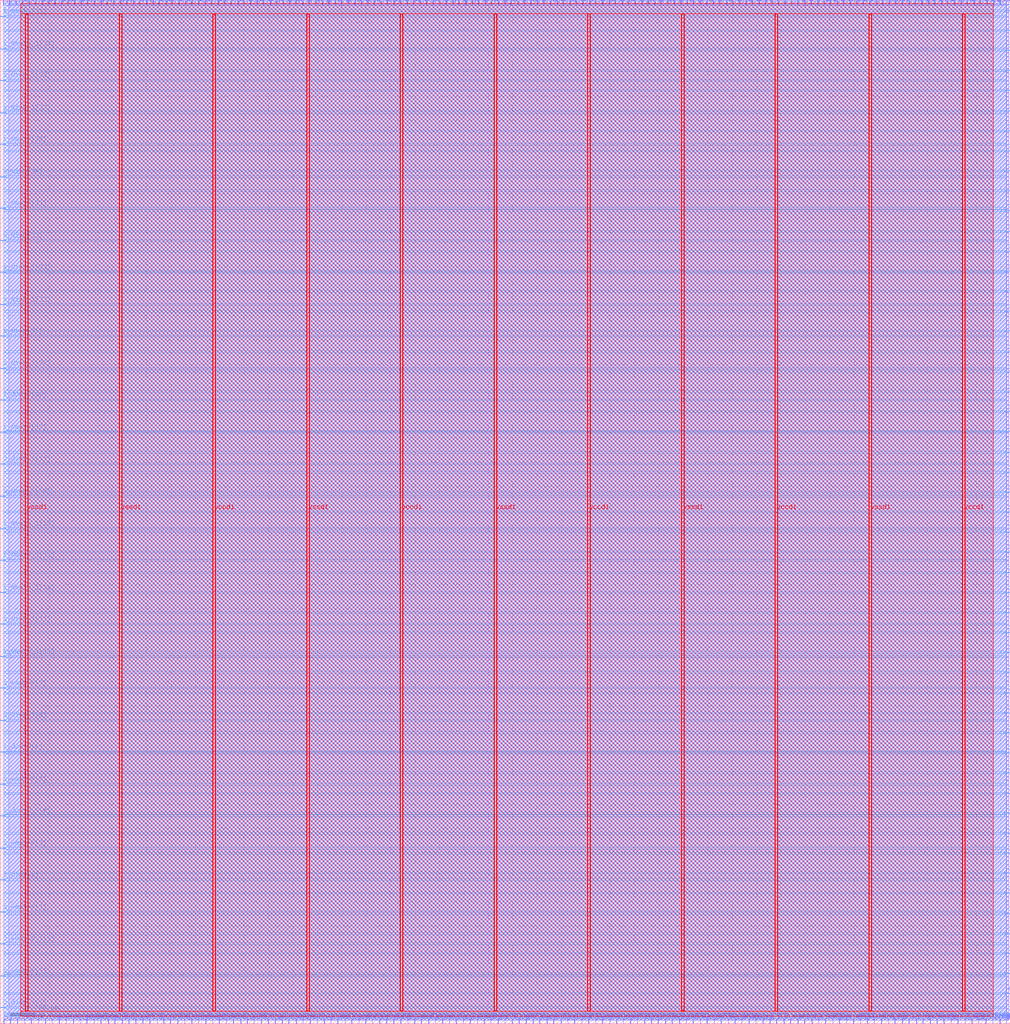
<source format=lef>
VERSION 5.7 ;
  NOWIREEXTENSIONATPIN ON ;
  DIVIDERCHAR "/" ;
  BUSBITCHARS "[]" ;
MACRO user_proj
  CLASS BLOCK ;
  FOREIGN user_proj ;
  ORIGIN 0.000 0.000 ;
  SIZE 827.850 BY 838.570 ;
  PIN clk_i
    DIRECTION INPUT ;
    USE SIGNAL ;
    PORT
      LAYER met2 ;
        RECT 610.970 834.570 611.250 838.570 ;
    END
  END clk_i
  PIN i_dout0[0]
    DIRECTION INPUT ;
    USE SIGNAL ;
    PORT
      LAYER met2 ;
        RECT 630.750 0.000 631.030 4.000 ;
    END
  END i_dout0[0]
  PIN i_dout0[10]
    DIRECTION INPUT ;
    USE SIGNAL ;
    PORT
      LAYER met3 ;
        RECT 823.850 435.240 827.850 435.840 ;
    END
  END i_dout0[10]
  PIN i_dout0[11]
    DIRECTION INPUT ;
    USE SIGNAL ;
    PORT
      LAYER met2 ;
        RECT 718.150 834.570 718.430 838.570 ;
    END
  END i_dout0[11]
  PIN i_dout0[12]
    DIRECTION INPUT ;
    USE SIGNAL ;
    PORT
      LAYER met3 ;
        RECT 823.850 484.880 827.850 485.480 ;
    END
  END i_dout0[12]
  PIN i_dout0[13]
    DIRECTION INPUT ;
    USE SIGNAL ;
    PORT
      LAYER met2 ;
        RECT 727.810 0.000 728.090 4.000 ;
    END
  END i_dout0[13]
  PIN i_dout0[14]
    DIRECTION INPUT ;
    USE SIGNAL ;
    PORT
      LAYER met2 ;
        RECT 744.830 834.570 745.110 838.570 ;
    END
  END i_dout0[14]
  PIN i_dout0[15]
    DIRECTION INPUT ;
    USE SIGNAL ;
    PORT
      LAYER met3 ;
        RECT 823.850 501.200 827.850 501.800 ;
    END
  END i_dout0[15]
  PIN i_dout0[16]
    DIRECTION INPUT ;
    USE SIGNAL ;
    PORT
      LAYER met2 ;
        RECT 755.410 834.570 755.690 838.570 ;
    END
  END i_dout0[16]
  PIN i_dout0[17]
    DIRECTION INPUT ;
    USE SIGNAL ;
    PORT
      LAYER met2 ;
        RECT 756.330 0.000 756.610 4.000 ;
    END
  END i_dout0[17]
  PIN i_dout0[18]
    DIRECTION INPUT ;
    USE SIGNAL ;
    PORT
      LAYER met2 ;
        RECT 760.930 834.570 761.210 838.570 ;
    END
  END i_dout0[18]
  PIN i_dout0[19]
    DIRECTION INPUT ;
    USE SIGNAL ;
    PORT
      LAYER met3 ;
        RECT 0.000 484.200 4.000 484.800 ;
    END
  END i_dout0[19]
  PIN i_dout0[1]
    DIRECTION INPUT ;
    USE SIGNAL ;
    PORT
      LAYER met2 ;
        RECT 632.590 834.570 632.870 838.570 ;
    END
  END i_dout0[1]
  PIN i_dout0[20]
    DIRECTION INPUT ;
    USE SIGNAL ;
    PORT
      LAYER met3 ;
        RECT 0.000 510.720 4.000 511.320 ;
    END
  END i_dout0[20]
  PIN i_dout0[21]
    DIRECTION INPUT ;
    USE SIGNAL ;
    PORT
      LAYER met3 ;
        RECT 823.850 616.120 827.850 616.720 ;
    END
  END i_dout0[21]
  PIN i_dout0[22]
    DIRECTION INPUT ;
    USE SIGNAL ;
    PORT
      LAYER met3 ;
        RECT 823.850 648.760 827.850 649.360 ;
    END
  END i_dout0[22]
  PIN i_dout0[23]
    DIRECTION INPUT ;
    USE SIGNAL ;
    PORT
      LAYER met2 ;
        RECT 790.830 0.000 791.110 4.000 ;
    END
  END i_dout0[23]
  PIN i_dout0[24]
    DIRECTION INPUT ;
    USE SIGNAL ;
    PORT
      LAYER met3 ;
        RECT 823.850 682.080 827.850 682.680 ;
    END
  END i_dout0[24]
  PIN i_dout0[25]
    DIRECTION INPUT ;
    USE SIGNAL ;
    PORT
      LAYER met3 ;
        RECT 0.000 667.800 4.000 668.400 ;
    END
  END i_dout0[25]
  PIN i_dout0[26]
    DIRECTION INPUT ;
    USE SIGNAL ;
    PORT
      LAYER met3 ;
        RECT 0.000 720.160 4.000 720.760 ;
    END
  END i_dout0[26]
  PIN i_dout0[27]
    DIRECTION INPUT ;
    USE SIGNAL ;
    PORT
      LAYER met2 ;
        RECT 792.670 834.570 792.950 838.570 ;
    END
  END i_dout0[27]
  PIN i_dout0[28]
    DIRECTION INPUT ;
    USE SIGNAL ;
    PORT
      LAYER met2 ;
        RECT 798.190 834.570 798.470 838.570 ;
    END
  END i_dout0[28]
  PIN i_dout0[29]
    DIRECTION INPUT ;
    USE SIGNAL ;
    PORT
      LAYER met2 ;
        RECT 803.250 834.570 803.530 838.570 ;
    END
  END i_dout0[29]
  PIN i_dout0[2]
    DIRECTION INPUT ;
    USE SIGNAL ;
    PORT
      LAYER met3 ;
        RECT 823.850 139.440 827.850 140.040 ;
    END
  END i_dout0[2]
  PIN i_dout0[30]
    DIRECTION INPUT ;
    USE SIGNAL ;
    PORT
      LAYER met3 ;
        RECT 823.850 780.680 827.850 781.280 ;
    END
  END i_dout0[30]
  PIN i_dout0[31]
    DIRECTION INPUT ;
    USE SIGNAL ;
    PORT
      LAYER met3 ;
        RECT 0.000 824.880 4.000 825.480 ;
    END
  END i_dout0[31]
  PIN i_dout0[3]
    DIRECTION INPUT ;
    USE SIGNAL ;
    PORT
      LAYER met2 ;
        RECT 653.750 834.570 654.030 838.570 ;
    END
  END i_dout0[3]
  PIN i_dout0[4]
    DIRECTION INPUT ;
    USE SIGNAL ;
    PORT
      LAYER met2 ;
        RECT 659.270 834.570 659.550 838.570 ;
    END
  END i_dout0[4]
  PIN i_dout0[5]
    DIRECTION INPUT ;
    USE SIGNAL ;
    PORT
      LAYER met2 ;
        RECT 664.790 834.570 665.070 838.570 ;
    END
  END i_dout0[5]
  PIN i_dout0[6]
    DIRECTION INPUT ;
    USE SIGNAL ;
    PORT
      LAYER met3 ;
        RECT 0.000 222.400 4.000 223.000 ;
    END
  END i_dout0[6]
  PIN i_dout0[7]
    DIRECTION INPUT ;
    USE SIGNAL ;
    PORT
      LAYER met2 ;
        RECT 710.790 0.000 711.070 4.000 ;
    END
  END i_dout0[7]
  PIN i_dout0[8]
    DIRECTION INPUT ;
    USE SIGNAL ;
    PORT
      LAYER met2 ;
        RECT 716.310 0.000 716.590 4.000 ;
    END
  END i_dout0[8]
  PIN i_dout0[9]
    DIRECTION INPUT ;
    USE SIGNAL ;
    PORT
      LAYER met3 ;
        RECT 823.850 386.280 827.850 386.880 ;
    END
  END i_dout0[9]
  PIN i_dout0_1[0]
    DIRECTION INPUT ;
    USE SIGNAL ;
    PORT
      LAYER met2 ;
        RECT 636.270 0.000 636.550 4.000 ;
    END
  END i_dout0_1[0]
  PIN i_dout0_1[10]
    DIRECTION INPUT ;
    USE SIGNAL ;
    PORT
      LAYER met3 ;
        RECT 823.850 418.920 827.850 419.520 ;
    END
  END i_dout0_1[10]
  PIN i_dout0_1[11]
    DIRECTION INPUT ;
    USE SIGNAL ;
    PORT
      LAYER met3 ;
        RECT 0.000 300.600 4.000 301.200 ;
    END
  END i_dout0_1[11]
  PIN i_dout0_1[12]
    DIRECTION INPUT ;
    USE SIGNAL ;
    PORT
      LAYER met2 ;
        RECT 723.210 834.570 723.490 838.570 ;
    END
  END i_dout0_1[12]
  PIN i_dout0_1[13]
    DIRECTION INPUT ;
    USE SIGNAL ;
    PORT
      LAYER met2 ;
        RECT 733.790 834.570 734.070 838.570 ;
    END
  END i_dout0_1[13]
  PIN i_dout0_1[14]
    DIRECTION INPUT ;
    USE SIGNAL ;
    PORT
      LAYER met3 ;
        RECT 0.000 352.960 4.000 353.560 ;
    END
  END i_dout0_1[14]
  PIN i_dout0_1[15]
    DIRECTION INPUT ;
    USE SIGNAL ;
    PORT
      LAYER met3 ;
        RECT 0.000 379.480 4.000 380.080 ;
    END
  END i_dout0_1[15]
  PIN i_dout0_1[16]
    DIRECTION INPUT ;
    USE SIGNAL ;
    PORT
      LAYER met3 ;
        RECT 0.000 405.320 4.000 405.920 ;
    END
  END i_dout0_1[16]
  PIN i_dout0_1[17]
    DIRECTION INPUT ;
    USE SIGNAL ;
    PORT
      LAYER met2 ;
        RECT 750.810 0.000 751.090 4.000 ;
    END
  END i_dout0_1[17]
  PIN i_dout0_1[18]
    DIRECTION INPUT ;
    USE SIGNAL ;
    PORT
      LAYER met2 ;
        RECT 762.310 0.000 762.590 4.000 ;
    END
  END i_dout0_1[18]
  PIN i_dout0_1[19]
    DIRECTION INPUT ;
    USE SIGNAL ;
    PORT
      LAYER met3 ;
        RECT 823.850 567.160 827.850 567.760 ;
    END
  END i_dout0_1[19]
  PIN i_dout0_1[1]
    DIRECTION INPUT ;
    USE SIGNAL ;
    PORT
      LAYER met2 ;
        RECT 627.070 834.570 627.350 838.570 ;
    END
  END i_dout0_1[1]
  PIN i_dout0_1[20]
    DIRECTION INPUT ;
    USE SIGNAL ;
    PORT
      LAYER met3 ;
        RECT 823.850 599.800 827.850 600.400 ;
    END
  END i_dout0_1[20]
  PIN i_dout0_1[21]
    DIRECTION INPUT ;
    USE SIGNAL ;
    PORT
      LAYER met2 ;
        RECT 771.510 834.570 771.790 838.570 ;
    END
  END i_dout0_1[21]
  PIN i_dout0_1[22]
    DIRECTION INPUT ;
    USE SIGNAL ;
    PORT
      LAYER met2 ;
        RECT 784.850 0.000 785.130 4.000 ;
    END
  END i_dout0_1[22]
  PIN i_dout0_1[23]
    DIRECTION INPUT ;
    USE SIGNAL ;
    PORT
      LAYER met2 ;
        RECT 782.090 834.570 782.370 838.570 ;
    END
  END i_dout0_1[23]
  PIN i_dout0_1[24]
    DIRECTION INPUT ;
    USE SIGNAL ;
    PORT
      LAYER met3 ;
        RECT 823.850 665.760 827.850 666.360 ;
    END
  END i_dout0_1[24]
  PIN i_dout0_1[25]
    DIRECTION INPUT ;
    USE SIGNAL ;
    PORT
      LAYER met3 ;
        RECT 823.850 731.040 827.850 731.640 ;
    END
  END i_dout0_1[25]
  PIN i_dout0_1[26]
    DIRECTION INPUT ;
    USE SIGNAL ;
    PORT
      LAYER met2 ;
        RECT 796.350 0.000 796.630 4.000 ;
    END
  END i_dout0_1[26]
  PIN i_dout0_1[27]
    DIRECTION INPUT ;
    USE SIGNAL ;
    PORT
      LAYER met2 ;
        RECT 807.850 0.000 808.130 4.000 ;
    END
  END i_dout0_1[27]
  PIN i_dout0_1[28]
    DIRECTION INPUT ;
    USE SIGNAL ;
    PORT
      LAYER met2 ;
        RECT 819.350 0.000 819.630 4.000 ;
    END
  END i_dout0_1[28]
  PIN i_dout0_1[29]
    DIRECTION INPUT ;
    USE SIGNAL ;
    PORT
      LAYER met3 ;
        RECT 0.000 798.360 4.000 798.960 ;
    END
  END i_dout0_1[29]
  PIN i_dout0_1[2]
    DIRECTION INPUT ;
    USE SIGNAL ;
    PORT
      LAYER met3 ;
        RECT 823.850 123.120 827.850 123.720 ;
    END
  END i_dout0_1[2]
  PIN i_dout0_1[30]
    DIRECTION INPUT ;
    USE SIGNAL ;
    PORT
      LAYER met2 ;
        RECT 814.290 834.570 814.570 838.570 ;
    END
  END i_dout0_1[30]
  PIN i_dout0_1[31]
    DIRECTION INPUT ;
    USE SIGNAL ;
    PORT
      LAYER met2 ;
        RECT 819.350 834.570 819.630 838.570 ;
    END
  END i_dout0_1[31]
  PIN i_dout0_1[3]
    DIRECTION INPUT ;
    USE SIGNAL ;
    PORT
      LAYER met2 ;
        RECT 659.270 0.000 659.550 4.000 ;
    END
  END i_dout0_1[3]
  PIN i_dout0_1[4]
    DIRECTION INPUT ;
    USE SIGNAL ;
    PORT
      LAYER met3 ;
        RECT 0.000 170.040 4.000 170.640 ;
    END
  END i_dout0_1[4]
  PIN i_dout0_1[5]
    DIRECTION INPUT ;
    USE SIGNAL ;
    PORT
      LAYER met3 ;
        RECT 823.850 254.360 827.850 254.960 ;
    END
  END i_dout0_1[5]
  PIN i_dout0_1[6]
    DIRECTION INPUT ;
    USE SIGNAL ;
    PORT
      LAYER met2 ;
        RECT 693.770 0.000 694.050 4.000 ;
    END
  END i_dout0_1[6]
  PIN i_dout0_1[7]
    DIRECTION INPUT ;
    USE SIGNAL ;
    PORT
      LAYER met3 ;
        RECT 823.850 304.000 827.850 304.600 ;
    END
  END i_dout0_1[7]
  PIN i_dout0_1[8]
    DIRECTION INPUT ;
    USE SIGNAL ;
    PORT
      LAYER met2 ;
        RECT 691.470 834.570 691.750 838.570 ;
    END
  END i_dout0_1[8]
  PIN i_dout0_1[9]
    DIRECTION INPUT ;
    USE SIGNAL ;
    PORT
      LAYER met2 ;
        RECT 702.050 834.570 702.330 838.570 ;
    END
  END i_dout0_1[9]
  PIN io_in[0]
    DIRECTION INPUT ;
    USE SIGNAL ;
    PORT
      LAYER met2 ;
        RECT 2.390 834.570 2.670 838.570 ;
    END
  END io_in[0]
  PIN io_in[10]
    DIRECTION INPUT ;
    USE SIGNAL ;
    PORT
      LAYER met2 ;
        RECT 162.470 834.570 162.750 838.570 ;
    END
  END io_in[10]
  PIN io_in[11]
    DIRECTION INPUT ;
    USE SIGNAL ;
    PORT
      LAYER met2 ;
        RECT 178.570 834.570 178.850 838.570 ;
    END
  END io_in[11]
  PIN io_in[12]
    DIRECTION INPUT ;
    USE SIGNAL ;
    PORT
      LAYER met2 ;
        RECT 194.670 834.570 194.950 838.570 ;
    END
  END io_in[12]
  PIN io_in[13]
    DIRECTION INPUT ;
    USE SIGNAL ;
    PORT
      LAYER met2 ;
        RECT 210.310 834.570 210.590 838.570 ;
    END
  END io_in[13]
  PIN io_in[14]
    DIRECTION INPUT ;
    USE SIGNAL ;
    PORT
      LAYER met2 ;
        RECT 226.410 834.570 226.690 838.570 ;
    END
  END io_in[14]
  PIN io_in[15]
    DIRECTION INPUT ;
    USE SIGNAL ;
    PORT
      LAYER met2 ;
        RECT 242.510 834.570 242.790 838.570 ;
    END
  END io_in[15]
  PIN io_in[16]
    DIRECTION INPUT ;
    USE SIGNAL ;
    PORT
      LAYER met2 ;
        RECT 258.610 834.570 258.890 838.570 ;
    END
  END io_in[16]
  PIN io_in[17]
    DIRECTION INPUT ;
    USE SIGNAL ;
    PORT
      LAYER met2 ;
        RECT 274.710 834.570 274.990 838.570 ;
    END
  END io_in[17]
  PIN io_in[18]
    DIRECTION INPUT ;
    USE SIGNAL ;
    PORT
      LAYER met2 ;
        RECT 290.810 834.570 291.090 838.570 ;
    END
  END io_in[18]
  PIN io_in[19]
    DIRECTION INPUT ;
    USE SIGNAL ;
    PORT
      LAYER met2 ;
        RECT 306.450 834.570 306.730 838.570 ;
    END
  END io_in[19]
  PIN io_in[1]
    DIRECTION INPUT ;
    USE SIGNAL ;
    PORT
      LAYER met2 ;
        RECT 18.030 834.570 18.310 838.570 ;
    END
  END io_in[1]
  PIN io_in[20]
    DIRECTION INPUT ;
    USE SIGNAL ;
    PORT
      LAYER met2 ;
        RECT 322.550 834.570 322.830 838.570 ;
    END
  END io_in[20]
  PIN io_in[21]
    DIRECTION INPUT ;
    USE SIGNAL ;
    PORT
      LAYER met2 ;
        RECT 338.650 834.570 338.930 838.570 ;
    END
  END io_in[21]
  PIN io_in[22]
    DIRECTION INPUT ;
    USE SIGNAL ;
    PORT
      LAYER met2 ;
        RECT 354.750 834.570 355.030 838.570 ;
    END
  END io_in[22]
  PIN io_in[23]
    DIRECTION INPUT ;
    USE SIGNAL ;
    PORT
      LAYER met2 ;
        RECT 370.850 834.570 371.130 838.570 ;
    END
  END io_in[23]
  PIN io_in[24]
    DIRECTION INPUT ;
    USE SIGNAL ;
    PORT
      LAYER met2 ;
        RECT 386.950 834.570 387.230 838.570 ;
    END
  END io_in[24]
  PIN io_in[25]
    DIRECTION INPUT ;
    USE SIGNAL ;
    PORT
      LAYER met2 ;
        RECT 402.590 834.570 402.870 838.570 ;
    END
  END io_in[25]
  PIN io_in[26]
    DIRECTION INPUT ;
    USE SIGNAL ;
    PORT
      LAYER met2 ;
        RECT 418.690 834.570 418.970 838.570 ;
    END
  END io_in[26]
  PIN io_in[27]
    DIRECTION INPUT ;
    USE SIGNAL ;
    PORT
      LAYER met2 ;
        RECT 434.790 834.570 435.070 838.570 ;
    END
  END io_in[27]
  PIN io_in[28]
    DIRECTION INPUT ;
    USE SIGNAL ;
    PORT
      LAYER met2 ;
        RECT 450.890 834.570 451.170 838.570 ;
    END
  END io_in[28]
  PIN io_in[29]
    DIRECTION INPUT ;
    USE SIGNAL ;
    PORT
      LAYER met2 ;
        RECT 466.990 834.570 467.270 838.570 ;
    END
  END io_in[29]
  PIN io_in[2]
    DIRECTION INPUT ;
    USE SIGNAL ;
    PORT
      LAYER met2 ;
        RECT 34.130 834.570 34.410 838.570 ;
    END
  END io_in[2]
  PIN io_in[30]
    DIRECTION INPUT ;
    USE SIGNAL ;
    PORT
      LAYER met2 ;
        RECT 483.090 834.570 483.370 838.570 ;
    END
  END io_in[30]
  PIN io_in[31]
    DIRECTION INPUT ;
    USE SIGNAL ;
    PORT
      LAYER met2 ;
        RECT 499.190 834.570 499.470 838.570 ;
    END
  END io_in[31]
  PIN io_in[32]
    DIRECTION INPUT ;
    USE SIGNAL ;
    PORT
      LAYER met2 ;
        RECT 514.830 834.570 515.110 838.570 ;
    END
  END io_in[32]
  PIN io_in[33]
    DIRECTION INPUT ;
    USE SIGNAL ;
    PORT
      LAYER met2 ;
        RECT 530.930 834.570 531.210 838.570 ;
    END
  END io_in[33]
  PIN io_in[34]
    DIRECTION INPUT ;
    USE SIGNAL ;
    PORT
      LAYER met2 ;
        RECT 547.030 834.570 547.310 838.570 ;
    END
  END io_in[34]
  PIN io_in[35]
    DIRECTION INPUT ;
    USE SIGNAL ;
    PORT
      LAYER met2 ;
        RECT 563.130 834.570 563.410 838.570 ;
    END
  END io_in[35]
  PIN io_in[36]
    DIRECTION INPUT ;
    USE SIGNAL ;
    PORT
      LAYER met2 ;
        RECT 579.230 834.570 579.510 838.570 ;
    END
  END io_in[36]
  PIN io_in[37]
    DIRECTION INPUT ;
    USE SIGNAL ;
    PORT
      LAYER met2 ;
        RECT 595.330 834.570 595.610 838.570 ;
    END
  END io_in[37]
  PIN io_in[3]
    DIRECTION INPUT ;
    USE SIGNAL ;
    PORT
      LAYER met2 ;
        RECT 50.230 834.570 50.510 838.570 ;
    END
  END io_in[3]
  PIN io_in[4]
    DIRECTION INPUT ;
    USE SIGNAL ;
    PORT
      LAYER met2 ;
        RECT 66.330 834.570 66.610 838.570 ;
    END
  END io_in[4]
  PIN io_in[5]
    DIRECTION INPUT ;
    USE SIGNAL ;
    PORT
      LAYER met2 ;
        RECT 82.430 834.570 82.710 838.570 ;
    END
  END io_in[5]
  PIN io_in[6]
    DIRECTION INPUT ;
    USE SIGNAL ;
    PORT
      LAYER met2 ;
        RECT 98.530 834.570 98.810 838.570 ;
    END
  END io_in[6]
  PIN io_in[7]
    DIRECTION INPUT ;
    USE SIGNAL ;
    PORT
      LAYER met2 ;
        RECT 114.170 834.570 114.450 838.570 ;
    END
  END io_in[7]
  PIN io_in[8]
    DIRECTION INPUT ;
    USE SIGNAL ;
    PORT
      LAYER met2 ;
        RECT 130.270 834.570 130.550 838.570 ;
    END
  END io_in[8]
  PIN io_in[9]
    DIRECTION INPUT ;
    USE SIGNAL ;
    PORT
      LAYER met2 ;
        RECT 146.370 834.570 146.650 838.570 ;
    END
  END io_in[9]
  PIN io_oeb[0]
    DIRECTION OUTPUT TRISTATE ;
    USE SIGNAL ;
    PORT
      LAYER met2 ;
        RECT 7.450 834.570 7.730 838.570 ;
    END
  END io_oeb[0]
  PIN io_oeb[10]
    DIRECTION OUTPUT TRISTATE ;
    USE SIGNAL ;
    PORT
      LAYER met2 ;
        RECT 167.990 834.570 168.270 838.570 ;
    END
  END io_oeb[10]
  PIN io_oeb[11]
    DIRECTION OUTPUT TRISTATE ;
    USE SIGNAL ;
    PORT
      LAYER met2 ;
        RECT 183.630 834.570 183.910 838.570 ;
    END
  END io_oeb[11]
  PIN io_oeb[12]
    DIRECTION OUTPUT TRISTATE ;
    USE SIGNAL ;
    PORT
      LAYER met2 ;
        RECT 199.730 834.570 200.010 838.570 ;
    END
  END io_oeb[12]
  PIN io_oeb[13]
    DIRECTION OUTPUT TRISTATE ;
    USE SIGNAL ;
    PORT
      LAYER met2 ;
        RECT 215.830 834.570 216.110 838.570 ;
    END
  END io_oeb[13]
  PIN io_oeb[14]
    DIRECTION OUTPUT TRISTATE ;
    USE SIGNAL ;
    PORT
      LAYER met2 ;
        RECT 231.930 834.570 232.210 838.570 ;
    END
  END io_oeb[14]
  PIN io_oeb[15]
    DIRECTION OUTPUT TRISTATE ;
    USE SIGNAL ;
    PORT
      LAYER met2 ;
        RECT 248.030 834.570 248.310 838.570 ;
    END
  END io_oeb[15]
  PIN io_oeb[16]
    DIRECTION OUTPUT TRISTATE ;
    USE SIGNAL ;
    PORT
      LAYER met2 ;
        RECT 264.130 834.570 264.410 838.570 ;
    END
  END io_oeb[16]
  PIN io_oeb[17]
    DIRECTION OUTPUT TRISTATE ;
    USE SIGNAL ;
    PORT
      LAYER met2 ;
        RECT 279.770 834.570 280.050 838.570 ;
    END
  END io_oeb[17]
  PIN io_oeb[18]
    DIRECTION OUTPUT TRISTATE ;
    USE SIGNAL ;
    PORT
      LAYER met2 ;
        RECT 295.870 834.570 296.150 838.570 ;
    END
  END io_oeb[18]
  PIN io_oeb[19]
    DIRECTION OUTPUT TRISTATE ;
    USE SIGNAL ;
    PORT
      LAYER met2 ;
        RECT 311.970 834.570 312.250 838.570 ;
    END
  END io_oeb[19]
  PIN io_oeb[1]
    DIRECTION OUTPUT TRISTATE ;
    USE SIGNAL ;
    PORT
      LAYER met2 ;
        RECT 23.550 834.570 23.830 838.570 ;
    END
  END io_oeb[1]
  PIN io_oeb[20]
    DIRECTION OUTPUT TRISTATE ;
    USE SIGNAL ;
    PORT
      LAYER met2 ;
        RECT 328.070 834.570 328.350 838.570 ;
    END
  END io_oeb[20]
  PIN io_oeb[21]
    DIRECTION OUTPUT TRISTATE ;
    USE SIGNAL ;
    PORT
      LAYER met2 ;
        RECT 344.170 834.570 344.450 838.570 ;
    END
  END io_oeb[21]
  PIN io_oeb[22]
    DIRECTION OUTPUT TRISTATE ;
    USE SIGNAL ;
    PORT
      LAYER met2 ;
        RECT 360.270 834.570 360.550 838.570 ;
    END
  END io_oeb[22]
  PIN io_oeb[23]
    DIRECTION OUTPUT TRISTATE ;
    USE SIGNAL ;
    PORT
      LAYER met2 ;
        RECT 375.910 834.570 376.190 838.570 ;
    END
  END io_oeb[23]
  PIN io_oeb[24]
    DIRECTION OUTPUT TRISTATE ;
    USE SIGNAL ;
    PORT
      LAYER met2 ;
        RECT 392.010 834.570 392.290 838.570 ;
    END
  END io_oeb[24]
  PIN io_oeb[25]
    DIRECTION OUTPUT TRISTATE ;
    USE SIGNAL ;
    PORT
      LAYER met2 ;
        RECT 408.110 834.570 408.390 838.570 ;
    END
  END io_oeb[25]
  PIN io_oeb[26]
    DIRECTION OUTPUT TRISTATE ;
    USE SIGNAL ;
    PORT
      LAYER met2 ;
        RECT 424.210 834.570 424.490 838.570 ;
    END
  END io_oeb[26]
  PIN io_oeb[27]
    DIRECTION OUTPUT TRISTATE ;
    USE SIGNAL ;
    PORT
      LAYER met2 ;
        RECT 440.310 834.570 440.590 838.570 ;
    END
  END io_oeb[27]
  PIN io_oeb[28]
    DIRECTION OUTPUT TRISTATE ;
    USE SIGNAL ;
    PORT
      LAYER met2 ;
        RECT 456.410 834.570 456.690 838.570 ;
    END
  END io_oeb[28]
  PIN io_oeb[29]
    DIRECTION OUTPUT TRISTATE ;
    USE SIGNAL ;
    PORT
      LAYER met2 ;
        RECT 472.050 834.570 472.330 838.570 ;
    END
  END io_oeb[29]
  PIN io_oeb[2]
    DIRECTION OUTPUT TRISTATE ;
    USE SIGNAL ;
    PORT
      LAYER met2 ;
        RECT 39.650 834.570 39.930 838.570 ;
    END
  END io_oeb[2]
  PIN io_oeb[30]
    DIRECTION OUTPUT TRISTATE ;
    USE SIGNAL ;
    PORT
      LAYER met2 ;
        RECT 488.150 834.570 488.430 838.570 ;
    END
  END io_oeb[30]
  PIN io_oeb[31]
    DIRECTION OUTPUT TRISTATE ;
    USE SIGNAL ;
    PORT
      LAYER met2 ;
        RECT 504.250 834.570 504.530 838.570 ;
    END
  END io_oeb[31]
  PIN io_oeb[32]
    DIRECTION OUTPUT TRISTATE ;
    USE SIGNAL ;
    PORT
      LAYER met2 ;
        RECT 520.350 834.570 520.630 838.570 ;
    END
  END io_oeb[32]
  PIN io_oeb[33]
    DIRECTION OUTPUT TRISTATE ;
    USE SIGNAL ;
    PORT
      LAYER met2 ;
        RECT 536.450 834.570 536.730 838.570 ;
    END
  END io_oeb[33]
  PIN io_oeb[34]
    DIRECTION OUTPUT TRISTATE ;
    USE SIGNAL ;
    PORT
      LAYER met2 ;
        RECT 552.550 834.570 552.830 838.570 ;
    END
  END io_oeb[34]
  PIN io_oeb[35]
    DIRECTION OUTPUT TRISTATE ;
    USE SIGNAL ;
    PORT
      LAYER met2 ;
        RECT 568.190 834.570 568.470 838.570 ;
    END
  END io_oeb[35]
  PIN io_oeb[36]
    DIRECTION OUTPUT TRISTATE ;
    USE SIGNAL ;
    PORT
      LAYER met2 ;
        RECT 584.290 834.570 584.570 838.570 ;
    END
  END io_oeb[36]
  PIN io_oeb[37]
    DIRECTION OUTPUT TRISTATE ;
    USE SIGNAL ;
    PORT
      LAYER met2 ;
        RECT 600.390 834.570 600.670 838.570 ;
    END
  END io_oeb[37]
  PIN io_oeb[3]
    DIRECTION OUTPUT TRISTATE ;
    USE SIGNAL ;
    PORT
      LAYER met2 ;
        RECT 55.750 834.570 56.030 838.570 ;
    END
  END io_oeb[3]
  PIN io_oeb[4]
    DIRECTION OUTPUT TRISTATE ;
    USE SIGNAL ;
    PORT
      LAYER met2 ;
        RECT 71.390 834.570 71.670 838.570 ;
    END
  END io_oeb[4]
  PIN io_oeb[5]
    DIRECTION OUTPUT TRISTATE ;
    USE SIGNAL ;
    PORT
      LAYER met2 ;
        RECT 87.490 834.570 87.770 838.570 ;
    END
  END io_oeb[5]
  PIN io_oeb[6]
    DIRECTION OUTPUT TRISTATE ;
    USE SIGNAL ;
    PORT
      LAYER met2 ;
        RECT 103.590 834.570 103.870 838.570 ;
    END
  END io_oeb[6]
  PIN io_oeb[7]
    DIRECTION OUTPUT TRISTATE ;
    USE SIGNAL ;
    PORT
      LAYER met2 ;
        RECT 119.690 834.570 119.970 838.570 ;
    END
  END io_oeb[7]
  PIN io_oeb[8]
    DIRECTION OUTPUT TRISTATE ;
    USE SIGNAL ;
    PORT
      LAYER met2 ;
        RECT 135.790 834.570 136.070 838.570 ;
    END
  END io_oeb[8]
  PIN io_oeb[9]
    DIRECTION OUTPUT TRISTATE ;
    USE SIGNAL ;
    PORT
      LAYER met2 ;
        RECT 151.890 834.570 152.170 838.570 ;
    END
  END io_oeb[9]
  PIN io_out[0]
    DIRECTION OUTPUT TRISTATE ;
    USE SIGNAL ;
    PORT
      LAYER met2 ;
        RECT 12.970 834.570 13.250 838.570 ;
    END
  END io_out[0]
  PIN io_out[10]
    DIRECTION OUTPUT TRISTATE ;
    USE SIGNAL ;
    PORT
      LAYER met2 ;
        RECT 173.050 834.570 173.330 838.570 ;
    END
  END io_out[10]
  PIN io_out[11]
    DIRECTION OUTPUT TRISTATE ;
    USE SIGNAL ;
    PORT
      LAYER met2 ;
        RECT 189.150 834.570 189.430 838.570 ;
    END
  END io_out[11]
  PIN io_out[12]
    DIRECTION OUTPUT TRISTATE ;
    USE SIGNAL ;
    PORT
      LAYER met2 ;
        RECT 205.250 834.570 205.530 838.570 ;
    END
  END io_out[12]
  PIN io_out[13]
    DIRECTION OUTPUT TRISTATE ;
    USE SIGNAL ;
    PORT
      LAYER met2 ;
        RECT 221.350 834.570 221.630 838.570 ;
    END
  END io_out[13]
  PIN io_out[14]
    DIRECTION OUTPUT TRISTATE ;
    USE SIGNAL ;
    PORT
      LAYER met2 ;
        RECT 236.990 834.570 237.270 838.570 ;
    END
  END io_out[14]
  PIN io_out[15]
    DIRECTION OUTPUT TRISTATE ;
    USE SIGNAL ;
    PORT
      LAYER met2 ;
        RECT 253.090 834.570 253.370 838.570 ;
    END
  END io_out[15]
  PIN io_out[16]
    DIRECTION OUTPUT TRISTATE ;
    USE SIGNAL ;
    PORT
      LAYER met2 ;
        RECT 269.190 834.570 269.470 838.570 ;
    END
  END io_out[16]
  PIN io_out[17]
    DIRECTION OUTPUT TRISTATE ;
    USE SIGNAL ;
    PORT
      LAYER met2 ;
        RECT 285.290 834.570 285.570 838.570 ;
    END
  END io_out[17]
  PIN io_out[18]
    DIRECTION OUTPUT TRISTATE ;
    USE SIGNAL ;
    PORT
      LAYER met2 ;
        RECT 301.390 834.570 301.670 838.570 ;
    END
  END io_out[18]
  PIN io_out[19]
    DIRECTION OUTPUT TRISTATE ;
    USE SIGNAL ;
    PORT
      LAYER met2 ;
        RECT 317.490 834.570 317.770 838.570 ;
    END
  END io_out[19]
  PIN io_out[1]
    DIRECTION OUTPUT TRISTATE ;
    USE SIGNAL ;
    PORT
      LAYER met2 ;
        RECT 29.070 834.570 29.350 838.570 ;
    END
  END io_out[1]
  PIN io_out[20]
    DIRECTION OUTPUT TRISTATE ;
    USE SIGNAL ;
    PORT
      LAYER met2 ;
        RECT 333.590 834.570 333.870 838.570 ;
    END
  END io_out[20]
  PIN io_out[21]
    DIRECTION OUTPUT TRISTATE ;
    USE SIGNAL ;
    PORT
      LAYER met2 ;
        RECT 349.230 834.570 349.510 838.570 ;
    END
  END io_out[21]
  PIN io_out[22]
    DIRECTION OUTPUT TRISTATE ;
    USE SIGNAL ;
    PORT
      LAYER met2 ;
        RECT 365.330 834.570 365.610 838.570 ;
    END
  END io_out[22]
  PIN io_out[23]
    DIRECTION OUTPUT TRISTATE ;
    USE SIGNAL ;
    PORT
      LAYER met2 ;
        RECT 381.430 834.570 381.710 838.570 ;
    END
  END io_out[23]
  PIN io_out[24]
    DIRECTION OUTPUT TRISTATE ;
    USE SIGNAL ;
    PORT
      LAYER met2 ;
        RECT 397.530 834.570 397.810 838.570 ;
    END
  END io_out[24]
  PIN io_out[25]
    DIRECTION OUTPUT TRISTATE ;
    USE SIGNAL ;
    PORT
      LAYER met2 ;
        RECT 413.630 834.570 413.910 838.570 ;
    END
  END io_out[25]
  PIN io_out[26]
    DIRECTION OUTPUT TRISTATE ;
    USE SIGNAL ;
    PORT
      LAYER met2 ;
        RECT 429.730 834.570 430.010 838.570 ;
    END
  END io_out[26]
  PIN io_out[27]
    DIRECTION OUTPUT TRISTATE ;
    USE SIGNAL ;
    PORT
      LAYER met2 ;
        RECT 445.370 834.570 445.650 838.570 ;
    END
  END io_out[27]
  PIN io_out[28]
    DIRECTION OUTPUT TRISTATE ;
    USE SIGNAL ;
    PORT
      LAYER met2 ;
        RECT 461.470 834.570 461.750 838.570 ;
    END
  END io_out[28]
  PIN io_out[29]
    DIRECTION OUTPUT TRISTATE ;
    USE SIGNAL ;
    PORT
      LAYER met2 ;
        RECT 477.570 834.570 477.850 838.570 ;
    END
  END io_out[29]
  PIN io_out[2]
    DIRECTION OUTPUT TRISTATE ;
    USE SIGNAL ;
    PORT
      LAYER met2 ;
        RECT 44.710 834.570 44.990 838.570 ;
    END
  END io_out[2]
  PIN io_out[30]
    DIRECTION OUTPUT TRISTATE ;
    USE SIGNAL ;
    PORT
      LAYER met2 ;
        RECT 493.670 834.570 493.950 838.570 ;
    END
  END io_out[30]
  PIN io_out[31]
    DIRECTION OUTPUT TRISTATE ;
    USE SIGNAL ;
    PORT
      LAYER met2 ;
        RECT 509.770 834.570 510.050 838.570 ;
    END
  END io_out[31]
  PIN io_out[32]
    DIRECTION OUTPUT TRISTATE ;
    USE SIGNAL ;
    PORT
      LAYER met2 ;
        RECT 525.870 834.570 526.150 838.570 ;
    END
  END io_out[32]
  PIN io_out[33]
    DIRECTION OUTPUT TRISTATE ;
    USE SIGNAL ;
    PORT
      LAYER met2 ;
        RECT 541.510 834.570 541.790 838.570 ;
    END
  END io_out[33]
  PIN io_out[34]
    DIRECTION OUTPUT TRISTATE ;
    USE SIGNAL ;
    PORT
      LAYER met2 ;
        RECT 557.610 834.570 557.890 838.570 ;
    END
  END io_out[34]
  PIN io_out[35]
    DIRECTION OUTPUT TRISTATE ;
    USE SIGNAL ;
    PORT
      LAYER met2 ;
        RECT 573.710 834.570 573.990 838.570 ;
    END
  END io_out[35]
  PIN io_out[36]
    DIRECTION OUTPUT TRISTATE ;
    USE SIGNAL ;
    PORT
      LAYER met2 ;
        RECT 589.810 834.570 590.090 838.570 ;
    END
  END io_out[36]
  PIN io_out[37]
    DIRECTION OUTPUT TRISTATE ;
    USE SIGNAL ;
    PORT
      LAYER met2 ;
        RECT 605.910 834.570 606.190 838.570 ;
    END
  END io_out[37]
  PIN io_out[3]
    DIRECTION OUTPUT TRISTATE ;
    USE SIGNAL ;
    PORT
      LAYER met2 ;
        RECT 60.810 834.570 61.090 838.570 ;
    END
  END io_out[3]
  PIN io_out[4]
    DIRECTION OUTPUT TRISTATE ;
    USE SIGNAL ;
    PORT
      LAYER met2 ;
        RECT 76.910 834.570 77.190 838.570 ;
    END
  END io_out[4]
  PIN io_out[5]
    DIRECTION OUTPUT TRISTATE ;
    USE SIGNAL ;
    PORT
      LAYER met2 ;
        RECT 93.010 834.570 93.290 838.570 ;
    END
  END io_out[5]
  PIN io_out[6]
    DIRECTION OUTPUT TRISTATE ;
    USE SIGNAL ;
    PORT
      LAYER met2 ;
        RECT 109.110 834.570 109.390 838.570 ;
    END
  END io_out[6]
  PIN io_out[7]
    DIRECTION OUTPUT TRISTATE ;
    USE SIGNAL ;
    PORT
      LAYER met2 ;
        RECT 125.210 834.570 125.490 838.570 ;
    END
  END io_out[7]
  PIN io_out[8]
    DIRECTION OUTPUT TRISTATE ;
    USE SIGNAL ;
    PORT
      LAYER met2 ;
        RECT 140.850 834.570 141.130 838.570 ;
    END
  END io_out[8]
  PIN io_out[9]
    DIRECTION OUTPUT TRISTATE ;
    USE SIGNAL ;
    PORT
      LAYER met2 ;
        RECT 156.950 834.570 157.230 838.570 ;
    END
  END io_out[9]
  PIN irq[0]
    DIRECTION OUTPUT TRISTATE ;
    USE SIGNAL ;
    PORT
      LAYER met2 ;
        RECT 607.750 0.000 608.030 4.000 ;
    END
  END irq[0]
  PIN irq[1]
    DIRECTION OUTPUT TRISTATE ;
    USE SIGNAL ;
    PORT
      LAYER met2 ;
        RECT 613.730 0.000 614.010 4.000 ;
    END
  END irq[1]
  PIN irq[2]
    DIRECTION OUTPUT TRISTATE ;
    USE SIGNAL ;
    PORT
      LAYER met2 ;
        RECT 619.250 0.000 619.530 4.000 ;
    END
  END irq[2]
  PIN o_csb0
    DIRECTION OUTPUT TRISTATE ;
    USE SIGNAL ;
    PORT
      LAYER met2 ;
        RECT 616.490 834.570 616.770 838.570 ;
    END
  END o_csb0
  PIN o_csb0_1
    DIRECTION OUTPUT TRISTATE ;
    USE SIGNAL ;
    PORT
      LAYER met3 ;
        RECT 823.850 8.200 827.850 8.800 ;
    END
  END o_csb0_1
  PIN o_din0[0]
    DIRECTION OUTPUT TRISTATE ;
    USE SIGNAL ;
    PORT
      LAYER met3 ;
        RECT 823.850 40.840 827.850 41.440 ;
    END
  END o_din0[0]
  PIN o_din0[10]
    DIRECTION OUTPUT TRISTATE ;
    USE SIGNAL ;
    PORT
      LAYER met3 ;
        RECT 823.850 451.560 827.850 452.160 ;
    END
  END o_din0[10]
  PIN o_din0[11]
    DIRECTION OUTPUT TRISTATE ;
    USE SIGNAL ;
    PORT
      LAYER met3 ;
        RECT 823.850 467.880 827.850 468.480 ;
    END
  END o_din0[11]
  PIN o_din0[12]
    DIRECTION OUTPUT TRISTATE ;
    USE SIGNAL ;
    PORT
      LAYER met2 ;
        RECT 728.730 834.570 729.010 838.570 ;
    END
  END o_din0[12]
  PIN o_din0[13]
    DIRECTION OUTPUT TRISTATE ;
    USE SIGNAL ;
    PORT
      LAYER met2 ;
        RECT 739.310 834.570 739.590 838.570 ;
    END
  END o_din0[13]
  PIN o_din0[14]
    DIRECTION OUTPUT TRISTATE ;
    USE SIGNAL ;
    PORT
      LAYER met2 ;
        RECT 749.890 834.570 750.170 838.570 ;
    END
  END o_din0[14]
  PIN o_din0[15]
    DIRECTION OUTPUT TRISTATE ;
    USE SIGNAL ;
    PORT
      LAYER met3 ;
        RECT 823.850 517.520 827.850 518.120 ;
    END
  END o_din0[15]
  PIN o_din0[16]
    DIRECTION OUTPUT TRISTATE ;
    USE SIGNAL ;
    PORT
      LAYER met3 ;
        RECT 823.850 533.840 827.850 534.440 ;
    END
  END o_din0[16]
  PIN o_din0[17]
    DIRECTION OUTPUT TRISTATE ;
    USE SIGNAL ;
    PORT
      LAYER met3 ;
        RECT 823.850 550.160 827.850 550.760 ;
    END
  END o_din0[17]
  PIN o_din0[18]
    DIRECTION OUTPUT TRISTATE ;
    USE SIGNAL ;
    PORT
      LAYER met2 ;
        RECT 773.350 0.000 773.630 4.000 ;
    END
  END o_din0[18]
  PIN o_din0[19]
    DIRECTION OUTPUT TRISTATE ;
    USE SIGNAL ;
    PORT
      LAYER met2 ;
        RECT 779.330 0.000 779.610 4.000 ;
    END
  END o_din0[19]
  PIN o_din0[1]
    DIRECTION OUTPUT TRISTATE ;
    USE SIGNAL ;
    PORT
      LAYER met2 ;
        RECT 637.650 834.570 637.930 838.570 ;
    END
  END o_din0[1]
  PIN o_din0[20]
    DIRECTION OUTPUT TRISTATE ;
    USE SIGNAL ;
    PORT
      LAYER met2 ;
        RECT 765.990 834.570 766.270 838.570 ;
    END
  END o_din0[20]
  PIN o_din0[21]
    DIRECTION OUTPUT TRISTATE ;
    USE SIGNAL ;
    PORT
      LAYER met3 ;
        RECT 0.000 563.080 4.000 563.680 ;
    END
  END o_din0[21]
  PIN o_din0[22]
    DIRECTION OUTPUT TRISTATE ;
    USE SIGNAL ;
    PORT
      LAYER met2 ;
        RECT 776.570 834.570 776.850 838.570 ;
    END
  END o_din0[22]
  PIN o_din0[23]
    DIRECTION OUTPUT TRISTATE ;
    USE SIGNAL ;
    PORT
      LAYER met3 ;
        RECT 0.000 641.280 4.000 641.880 ;
    END
  END o_din0[23]
  PIN o_din0[24]
    DIRECTION OUTPUT TRISTATE ;
    USE SIGNAL ;
    PORT
      LAYER met3 ;
        RECT 823.850 714.720 827.850 715.320 ;
    END
  END o_din0[24]
  PIN o_din0[25]
    DIRECTION OUTPUT TRISTATE ;
    USE SIGNAL ;
    PORT
      LAYER met3 ;
        RECT 0.000 693.640 4.000 694.240 ;
    END
  END o_din0[25]
  PIN o_din0[26]
    DIRECTION OUTPUT TRISTATE ;
    USE SIGNAL ;
    PORT
      LAYER met2 ;
        RECT 787.610 834.570 787.890 838.570 ;
    END
  END o_din0[26]
  PIN o_din0[27]
    DIRECTION OUTPUT TRISTATE ;
    USE SIGNAL ;
    PORT
      LAYER met2 ;
        RECT 813.370 0.000 813.650 4.000 ;
    END
  END o_din0[27]
  PIN o_din0[28]
    DIRECTION OUTPUT TRISTATE ;
    USE SIGNAL ;
    PORT
      LAYER met2 ;
        RECT 824.870 0.000 825.150 4.000 ;
    END
  END o_din0[28]
  PIN o_din0[29]
    DIRECTION OUTPUT TRISTATE ;
    USE SIGNAL ;
    PORT
      LAYER met3 ;
        RECT 823.850 764.360 827.850 764.960 ;
    END
  END o_din0[29]
  PIN o_din0[2]
    DIRECTION OUTPUT TRISTATE ;
    USE SIGNAL ;
    PORT
      LAYER met3 ;
        RECT 0.000 117.680 4.000 118.280 ;
    END
  END o_din0[2]
  PIN o_din0[30]
    DIRECTION OUTPUT TRISTATE ;
    USE SIGNAL ;
    PORT
      LAYER met3 ;
        RECT 823.850 813.320 827.850 813.920 ;
    END
  END o_din0[30]
  PIN o_din0[31]
    DIRECTION OUTPUT TRISTATE ;
    USE SIGNAL ;
    PORT
      LAYER met2 ;
        RECT 824.870 834.570 825.150 838.570 ;
    END
  END o_din0[31]
  PIN o_din0[3]
    DIRECTION OUTPUT TRISTATE ;
    USE SIGNAL ;
    PORT
      LAYER met2 ;
        RECT 665.250 0.000 665.530 4.000 ;
    END
  END o_din0[3]
  PIN o_din0[4]
    DIRECTION OUTPUT TRISTATE ;
    USE SIGNAL ;
    PORT
      LAYER met2 ;
        RECT 682.270 0.000 682.550 4.000 ;
    END
  END o_din0[4]
  PIN o_din0[5]
    DIRECTION OUTPUT TRISTATE ;
    USE SIGNAL ;
    PORT
      LAYER met2 ;
        RECT 687.790 0.000 688.070 4.000 ;
    END
  END o_din0[5]
  PIN o_din0[6]
    DIRECTION OUTPUT TRISTATE ;
    USE SIGNAL ;
    PORT
      LAYER met3 ;
        RECT 823.850 287.680 827.850 288.280 ;
    END
  END o_din0[6]
  PIN o_din0[7]
    DIRECTION OUTPUT TRISTATE ;
    USE SIGNAL ;
    PORT
      LAYER met2 ;
        RECT 685.950 834.570 686.230 838.570 ;
    END
  END o_din0[7]
  PIN o_din0[8]
    DIRECTION OUTPUT TRISTATE ;
    USE SIGNAL ;
    PORT
      LAYER met3 ;
        RECT 823.850 352.960 827.850 353.560 ;
    END
  END o_din0[8]
  PIN o_din0[9]
    DIRECTION OUTPUT TRISTATE ;
    USE SIGNAL ;
    PORT
      LAYER met2 ;
        RECT 707.110 834.570 707.390 838.570 ;
    END
  END o_din0[9]
  PIN o_din0_1[0]
    DIRECTION OUTPUT TRISTATE ;
    USE SIGNAL ;
    PORT
      LAYER met3 ;
        RECT 823.850 57.160 827.850 57.760 ;
    END
  END o_din0_1[0]
  PIN o_din0_1[10]
    DIRECTION OUTPUT TRISTATE ;
    USE SIGNAL ;
    PORT
      LAYER met2 ;
        RECT 712.630 834.570 712.910 838.570 ;
    END
  END o_din0_1[10]
  PIN o_din0_1[11]
    DIRECTION OUTPUT TRISTATE ;
    USE SIGNAL ;
    PORT
      LAYER met3 ;
        RECT 0.000 327.120 4.000 327.720 ;
    END
  END o_din0_1[11]
  PIN o_din0_1[12]
    DIRECTION OUTPUT TRISTATE ;
    USE SIGNAL ;
    PORT
      LAYER met2 ;
        RECT 722.290 0.000 722.570 4.000 ;
    END
  END o_din0_1[12]
  PIN o_din0_1[13]
    DIRECTION OUTPUT TRISTATE ;
    USE SIGNAL ;
    PORT
      LAYER met2 ;
        RECT 733.330 0.000 733.610 4.000 ;
    END
  END o_din0_1[13]
  PIN o_din0_1[14]
    DIRECTION OUTPUT TRISTATE ;
    USE SIGNAL ;
    PORT
      LAYER met2 ;
        RECT 739.310 0.000 739.590 4.000 ;
    END
  END o_din0_1[14]
  PIN o_din0_1[15]
    DIRECTION OUTPUT TRISTATE ;
    USE SIGNAL ;
    PORT
      LAYER met2 ;
        RECT 744.830 0.000 745.110 4.000 ;
    END
  END o_din0_1[15]
  PIN o_din0_1[16]
    DIRECTION OUTPUT TRISTATE ;
    USE SIGNAL ;
    PORT
      LAYER met3 ;
        RECT 0.000 431.840 4.000 432.440 ;
    END
  END o_din0_1[16]
  PIN o_din0_1[17]
    DIRECTION OUTPUT TRISTATE ;
    USE SIGNAL ;
    PORT
      LAYER met3 ;
        RECT 0.000 458.360 4.000 458.960 ;
    END
  END o_din0_1[17]
  PIN o_din0_1[18]
    DIRECTION OUTPUT TRISTATE ;
    USE SIGNAL ;
    PORT
      LAYER met2 ;
        RECT 767.830 0.000 768.110 4.000 ;
    END
  END o_din0_1[18]
  PIN o_din0_1[19]
    DIRECTION OUTPUT TRISTATE ;
    USE SIGNAL ;
    PORT
      LAYER met3 ;
        RECT 823.850 583.480 827.850 584.080 ;
    END
  END o_din0_1[19]
  PIN o_din0_1[1]
    DIRECTION OUTPUT TRISTATE ;
    USE SIGNAL ;
    PORT
      LAYER met3 ;
        RECT 0.000 12.960 4.000 13.560 ;
    END
  END o_din0_1[1]
  PIN o_din0_1[20]
    DIRECTION OUTPUT TRISTATE ;
    USE SIGNAL ;
    PORT
      LAYER met3 ;
        RECT 0.000 536.560 4.000 537.160 ;
    END
  END o_din0_1[20]
  PIN o_din0_1[21]
    DIRECTION OUTPUT TRISTATE ;
    USE SIGNAL ;
    PORT
      LAYER met3 ;
        RECT 823.850 632.440 827.850 633.040 ;
    END
  END o_din0_1[21]
  PIN o_din0_1[22]
    DIRECTION OUTPUT TRISTATE ;
    USE SIGNAL ;
    PORT
      LAYER met3 ;
        RECT 0.000 588.920 4.000 589.520 ;
    END
  END o_din0_1[22]
  PIN o_din0_1[23]
    DIRECTION OUTPUT TRISTATE ;
    USE SIGNAL ;
    PORT
      LAYER met3 ;
        RECT 0.000 615.440 4.000 616.040 ;
    END
  END o_din0_1[23]
  PIN o_din0_1[24]
    DIRECTION OUTPUT TRISTATE ;
    USE SIGNAL ;
    PORT
      LAYER met3 ;
        RECT 823.850 698.400 827.850 699.000 ;
    END
  END o_din0_1[24]
  PIN o_din0_1[25]
    DIRECTION OUTPUT TRISTATE ;
    USE SIGNAL ;
    PORT
      LAYER met3 ;
        RECT 823.850 747.360 827.850 747.960 ;
    END
  END o_din0_1[25]
  PIN o_din0_1[26]
    DIRECTION OUTPUT TRISTATE ;
    USE SIGNAL ;
    PORT
      LAYER met2 ;
        RECT 801.870 0.000 802.150 4.000 ;
    END
  END o_din0_1[26]
  PIN o_din0_1[27]
    DIRECTION OUTPUT TRISTATE ;
    USE SIGNAL ;
    PORT
      LAYER met3 ;
        RECT 0.000 746.000 4.000 746.600 ;
    END
  END o_din0_1[27]
  PIN o_din0_1[28]
    DIRECTION OUTPUT TRISTATE ;
    USE SIGNAL ;
    PORT
      LAYER met3 ;
        RECT 0.000 772.520 4.000 773.120 ;
    END
  END o_din0_1[28]
  PIN o_din0_1[29]
    DIRECTION OUTPUT TRISTATE ;
    USE SIGNAL ;
    PORT
      LAYER met2 ;
        RECT 808.770 834.570 809.050 838.570 ;
    END
  END o_din0_1[29]
  PIN o_din0_1[2]
    DIRECTION OUTPUT TRISTATE ;
    USE SIGNAL ;
    PORT
      LAYER met2 ;
        RECT 653.750 0.000 654.030 4.000 ;
    END
  END o_din0_1[2]
  PIN o_din0_1[30]
    DIRECTION OUTPUT TRISTATE ;
    USE SIGNAL ;
    PORT
      LAYER met3 ;
        RECT 823.850 797.000 827.850 797.600 ;
    END
  END o_din0_1[30]
  PIN o_din0_1[31]
    DIRECTION OUTPUT TRISTATE ;
    USE SIGNAL ;
    PORT
      LAYER met3 ;
        RECT 823.850 829.640 827.850 830.240 ;
    END
  END o_din0_1[31]
  PIN o_din0_1[3]
    DIRECTION OUTPUT TRISTATE ;
    USE SIGNAL ;
    PORT
      LAYER met3 ;
        RECT 823.850 172.080 827.850 172.680 ;
    END
  END o_din0_1[3]
  PIN o_din0_1[4]
    DIRECTION OUTPUT TRISTATE ;
    USE SIGNAL ;
    PORT
      LAYER met2 ;
        RECT 676.290 0.000 676.570 4.000 ;
    END
  END o_din0_1[4]
  PIN o_din0_1[5]
    DIRECTION OUTPUT TRISTATE ;
    USE SIGNAL ;
    PORT
      LAYER met2 ;
        RECT 669.850 834.570 670.130 838.570 ;
    END
  END o_din0_1[5]
  PIN o_din0_1[6]
    DIRECTION OUTPUT TRISTATE ;
    USE SIGNAL ;
    PORT
      LAYER met3 ;
        RECT 0.000 248.240 4.000 248.840 ;
    END
  END o_din0_1[6]
  PIN o_din0_1[7]
    DIRECTION OUTPUT TRISTATE ;
    USE SIGNAL ;
    PORT
      LAYER met2 ;
        RECT 680.430 834.570 680.710 838.570 ;
    END
  END o_din0_1[7]
  PIN o_din0_1[8]
    DIRECTION OUTPUT TRISTATE ;
    USE SIGNAL ;
    PORT
      LAYER met3 ;
        RECT 823.850 336.640 827.850 337.240 ;
    END
  END o_din0_1[8]
  PIN o_din0_1[9]
    DIRECTION OUTPUT TRISTATE ;
    USE SIGNAL ;
    PORT
      LAYER met3 ;
        RECT 823.850 402.600 827.850 403.200 ;
    END
  END o_din0_1[9]
  PIN o_waddr0[0]
    DIRECTION OUTPUT TRISTATE ;
    USE SIGNAL ;
    PORT
      LAYER met2 ;
        RECT 642.250 0.000 642.530 4.000 ;
    END
  END o_waddr0[0]
  PIN o_waddr0[1]
    DIRECTION OUTPUT TRISTATE ;
    USE SIGNAL ;
    PORT
      LAYER met3 ;
        RECT 0.000 38.800 4.000 39.400 ;
    END
  END o_waddr0[1]
  PIN o_waddr0[2]
    DIRECTION OUTPUT TRISTATE ;
    USE SIGNAL ;
    PORT
      LAYER met2 ;
        RECT 643.170 834.570 643.450 838.570 ;
    END
  END o_waddr0[2]
  PIN o_waddr0[3]
    DIRECTION OUTPUT TRISTATE ;
    USE SIGNAL ;
    PORT
      LAYER met3 ;
        RECT 823.850 205.400 827.850 206.000 ;
    END
  END o_waddr0[3]
  PIN o_waddr0[4]
    DIRECTION OUTPUT TRISTATE ;
    USE SIGNAL ;
    PORT
      LAYER met3 ;
        RECT 0.000 195.880 4.000 196.480 ;
    END
  END o_waddr0[4]
  PIN o_waddr0[5]
    DIRECTION OUTPUT TRISTATE ;
    USE SIGNAL ;
    PORT
      LAYER met2 ;
        RECT 675.370 834.570 675.650 838.570 ;
    END
  END o_waddr0[5]
  PIN o_waddr0[6]
    DIRECTION OUTPUT TRISTATE ;
    USE SIGNAL ;
    PORT
      LAYER met2 ;
        RECT 704.810 0.000 705.090 4.000 ;
    END
  END o_waddr0[6]
  PIN o_waddr0[7]
    DIRECTION OUTPUT TRISTATE ;
    USE SIGNAL ;
    PORT
      LAYER met3 ;
        RECT 0.000 274.760 4.000 275.360 ;
    END
  END o_waddr0[7]
  PIN o_waddr0[8]
    DIRECTION OUTPUT TRISTATE ;
    USE SIGNAL ;
    PORT
      LAYER met3 ;
        RECT 823.850 369.280 827.850 369.880 ;
    END
  END o_waddr0[8]
  PIN o_waddr0_1[0]
    DIRECTION OUTPUT TRISTATE ;
    USE SIGNAL ;
    PORT
      LAYER met3 ;
        RECT 823.850 73.480 827.850 74.080 ;
    END
  END o_waddr0_1[0]
  PIN o_waddr0_1[1]
    DIRECTION OUTPUT TRISTATE ;
    USE SIGNAL ;
    PORT
      LAYER met3 ;
        RECT 823.850 106.800 827.850 107.400 ;
    END
  END o_waddr0_1[1]
  PIN o_waddr0_1[2]
    DIRECTION OUTPUT TRISTATE ;
    USE SIGNAL ;
    PORT
      LAYER met3 ;
        RECT 823.850 155.760 827.850 156.360 ;
    END
  END o_waddr0_1[2]
  PIN o_waddr0_1[3]
    DIRECTION OUTPUT TRISTATE ;
    USE SIGNAL ;
    PORT
      LAYER met3 ;
        RECT 823.850 188.400 827.850 189.000 ;
    END
  END o_waddr0_1[3]
  PIN o_waddr0_1[4]
    DIRECTION OUTPUT TRISTATE ;
    USE SIGNAL ;
    PORT
      LAYER met3 ;
        RECT 823.850 238.040 827.850 238.640 ;
    END
  END o_waddr0_1[4]
  PIN o_waddr0_1[5]
    DIRECTION OUTPUT TRISTATE ;
    USE SIGNAL ;
    PORT
      LAYER met3 ;
        RECT 823.850 270.680 827.850 271.280 ;
    END
  END o_waddr0_1[5]
  PIN o_waddr0_1[6]
    DIRECTION OUTPUT TRISTATE ;
    USE SIGNAL ;
    PORT
      LAYER met2 ;
        RECT 699.290 0.000 699.570 4.000 ;
    END
  END o_waddr0_1[6]
  PIN o_waddr0_1[7]
    DIRECTION OUTPUT TRISTATE ;
    USE SIGNAL ;
    PORT
      LAYER met3 ;
        RECT 823.850 320.320 827.850 320.920 ;
    END
  END o_waddr0_1[7]
  PIN o_waddr0_1[8]
    DIRECTION OUTPUT TRISTATE ;
    USE SIGNAL ;
    PORT
      LAYER met2 ;
        RECT 696.530 834.570 696.810 838.570 ;
    END
  END o_waddr0_1[8]
  PIN o_web0
    DIRECTION OUTPUT TRISTATE ;
    USE SIGNAL ;
    PORT
      LAYER met2 ;
        RECT 625.230 0.000 625.510 4.000 ;
    END
  END o_web0
  PIN o_web0_1
    DIRECTION OUTPUT TRISTATE ;
    USE SIGNAL ;
    PORT
      LAYER met2 ;
        RECT 622.010 834.570 622.290 838.570 ;
    END
  END o_web0_1
  PIN o_wmask0[0]
    DIRECTION OUTPUT TRISTATE ;
    USE SIGNAL ;
    PORT
      LAYER met3 ;
        RECT 823.850 89.800 827.850 90.400 ;
    END
  END o_wmask0[0]
  PIN o_wmask0[1]
    DIRECTION OUTPUT TRISTATE ;
    USE SIGNAL ;
    PORT
      LAYER met3 ;
        RECT 0.000 91.160 4.000 91.760 ;
    END
  END o_wmask0[1]
  PIN o_wmask0[2]
    DIRECTION OUTPUT TRISTATE ;
    USE SIGNAL ;
    PORT
      LAYER met3 ;
        RECT 0.000 143.520 4.000 144.120 ;
    END
  END o_wmask0[2]
  PIN o_wmask0[3]
    DIRECTION OUTPUT TRISTATE ;
    USE SIGNAL ;
    PORT
      LAYER met3 ;
        RECT 823.850 221.720 827.850 222.320 ;
    END
  END o_wmask0[3]
  PIN o_wmask0_1[0]
    DIRECTION OUTPUT TRISTATE ;
    USE SIGNAL ;
    PORT
      LAYER met2 ;
        RECT 647.770 0.000 648.050 4.000 ;
    END
  END o_wmask0_1[0]
  PIN o_wmask0_1[1]
    DIRECTION OUTPUT TRISTATE ;
    USE SIGNAL ;
    PORT
      LAYER met3 ;
        RECT 0.000 65.320 4.000 65.920 ;
    END
  END o_wmask0_1[1]
  PIN o_wmask0_1[2]
    DIRECTION OUTPUT TRISTATE ;
    USE SIGNAL ;
    PORT
      LAYER met2 ;
        RECT 648.690 834.570 648.970 838.570 ;
    END
  END o_wmask0_1[2]
  PIN o_wmask0_1[3]
    DIRECTION OUTPUT TRISTATE ;
    USE SIGNAL ;
    PORT
      LAYER met2 ;
        RECT 670.770 0.000 671.050 4.000 ;
    END
  END o_wmask0_1[3]
  PIN rst_i
    DIRECTION INPUT ;
    USE SIGNAL ;
    PORT
      LAYER met3 ;
        RECT 823.850 24.520 827.850 25.120 ;
    END
  END rst_i
  PIN vccd1
    DIRECTION INPUT ;
    USE POWER ;
    PORT
      LAYER met4 ;
        RECT 21.040 10.640 22.640 827.120 ;
    END
    PORT
      LAYER met4 ;
        RECT 174.640 10.640 176.240 827.120 ;
    END
    PORT
      LAYER met4 ;
        RECT 328.240 10.640 329.840 827.120 ;
    END
    PORT
      LAYER met4 ;
        RECT 481.840 10.640 483.440 827.120 ;
    END
    PORT
      LAYER met4 ;
        RECT 635.440 10.640 637.040 827.120 ;
    END
    PORT
      LAYER met4 ;
        RECT 789.040 10.640 790.640 827.120 ;
    END
  END vccd1
  PIN vssd1
    DIRECTION INPUT ;
    USE GROUND ;
    PORT
      LAYER met4 ;
        RECT 97.840 10.640 99.440 827.120 ;
    END
    PORT
      LAYER met4 ;
        RECT 251.440 10.640 253.040 827.120 ;
    END
    PORT
      LAYER met4 ;
        RECT 405.040 10.640 406.640 827.120 ;
    END
    PORT
      LAYER met4 ;
        RECT 558.640 10.640 560.240 827.120 ;
    END
    PORT
      LAYER met4 ;
        RECT 712.240 10.640 713.840 827.120 ;
    END
  END vssd1
  PIN wb_clk_i
    DIRECTION INPUT ;
    USE SIGNAL ;
    PORT
      LAYER met2 ;
        RECT 2.850 0.000 3.130 4.000 ;
    END
  END wb_clk_i
  PIN wb_rst_i
    DIRECTION INPUT ;
    USE SIGNAL ;
    PORT
      LAYER met2 ;
        RECT 8.370 0.000 8.650 4.000 ;
    END
  END wb_rst_i
  PIN wbs_ack_o
    DIRECTION OUTPUT TRISTATE ;
    USE SIGNAL ;
    PORT
      LAYER met2 ;
        RECT 13.890 0.000 14.170 4.000 ;
    END
  END wbs_ack_o
  PIN wbs_adr_i[0]
    DIRECTION INPUT ;
    USE SIGNAL ;
    PORT
      LAYER met2 ;
        RECT 36.890 0.000 37.170 4.000 ;
    END
  END wbs_adr_i[0]
  PIN wbs_adr_i[10]
    DIRECTION INPUT ;
    USE SIGNAL ;
    PORT
      LAYER met2 ;
        RECT 231.010 0.000 231.290 4.000 ;
    END
  END wbs_adr_i[10]
  PIN wbs_adr_i[11]
    DIRECTION INPUT ;
    USE SIGNAL ;
    PORT
      LAYER met2 ;
        RECT 248.030 0.000 248.310 4.000 ;
    END
  END wbs_adr_i[11]
  PIN wbs_adr_i[12]
    DIRECTION INPUT ;
    USE SIGNAL ;
    PORT
      LAYER met2 ;
        RECT 265.510 0.000 265.790 4.000 ;
    END
  END wbs_adr_i[12]
  PIN wbs_adr_i[13]
    DIRECTION INPUT ;
    USE SIGNAL ;
    PORT
      LAYER met2 ;
        RECT 282.530 0.000 282.810 4.000 ;
    END
  END wbs_adr_i[13]
  PIN wbs_adr_i[14]
    DIRECTION INPUT ;
    USE SIGNAL ;
    PORT
      LAYER met2 ;
        RECT 299.550 0.000 299.830 4.000 ;
    END
  END wbs_adr_i[14]
  PIN wbs_adr_i[15]
    DIRECTION INPUT ;
    USE SIGNAL ;
    PORT
      LAYER met2 ;
        RECT 316.570 0.000 316.850 4.000 ;
    END
  END wbs_adr_i[15]
  PIN wbs_adr_i[16]
    DIRECTION INPUT ;
    USE SIGNAL ;
    PORT
      LAYER met2 ;
        RECT 334.050 0.000 334.330 4.000 ;
    END
  END wbs_adr_i[16]
  PIN wbs_adr_i[17]
    DIRECTION INPUT ;
    USE SIGNAL ;
    PORT
      LAYER met2 ;
        RECT 351.070 0.000 351.350 4.000 ;
    END
  END wbs_adr_i[17]
  PIN wbs_adr_i[18]
    DIRECTION INPUT ;
    USE SIGNAL ;
    PORT
      LAYER met2 ;
        RECT 368.090 0.000 368.370 4.000 ;
    END
  END wbs_adr_i[18]
  PIN wbs_adr_i[19]
    DIRECTION INPUT ;
    USE SIGNAL ;
    PORT
      LAYER met2 ;
        RECT 385.110 0.000 385.390 4.000 ;
    END
  END wbs_adr_i[19]
  PIN wbs_adr_i[1]
    DIRECTION INPUT ;
    USE SIGNAL ;
    PORT
      LAYER met2 ;
        RECT 59.890 0.000 60.170 4.000 ;
    END
  END wbs_adr_i[1]
  PIN wbs_adr_i[20]
    DIRECTION INPUT ;
    USE SIGNAL ;
    PORT
      LAYER met2 ;
        RECT 402.130 0.000 402.410 4.000 ;
    END
  END wbs_adr_i[20]
  PIN wbs_adr_i[21]
    DIRECTION INPUT ;
    USE SIGNAL ;
    PORT
      LAYER met2 ;
        RECT 419.610 0.000 419.890 4.000 ;
    END
  END wbs_adr_i[21]
  PIN wbs_adr_i[22]
    DIRECTION INPUT ;
    USE SIGNAL ;
    PORT
      LAYER met2 ;
        RECT 436.630 0.000 436.910 4.000 ;
    END
  END wbs_adr_i[22]
  PIN wbs_adr_i[23]
    DIRECTION INPUT ;
    USE SIGNAL ;
    PORT
      LAYER met2 ;
        RECT 453.650 0.000 453.930 4.000 ;
    END
  END wbs_adr_i[23]
  PIN wbs_adr_i[24]
    DIRECTION INPUT ;
    USE SIGNAL ;
    PORT
      LAYER met2 ;
        RECT 470.670 0.000 470.950 4.000 ;
    END
  END wbs_adr_i[24]
  PIN wbs_adr_i[25]
    DIRECTION INPUT ;
    USE SIGNAL ;
    PORT
      LAYER met2 ;
        RECT 488.150 0.000 488.430 4.000 ;
    END
  END wbs_adr_i[25]
  PIN wbs_adr_i[26]
    DIRECTION INPUT ;
    USE SIGNAL ;
    PORT
      LAYER met2 ;
        RECT 505.170 0.000 505.450 4.000 ;
    END
  END wbs_adr_i[26]
  PIN wbs_adr_i[27]
    DIRECTION INPUT ;
    USE SIGNAL ;
    PORT
      LAYER met2 ;
        RECT 522.190 0.000 522.470 4.000 ;
    END
  END wbs_adr_i[27]
  PIN wbs_adr_i[28]
    DIRECTION INPUT ;
    USE SIGNAL ;
    PORT
      LAYER met2 ;
        RECT 539.210 0.000 539.490 4.000 ;
    END
  END wbs_adr_i[28]
  PIN wbs_adr_i[29]
    DIRECTION INPUT ;
    USE SIGNAL ;
    PORT
      LAYER met2 ;
        RECT 556.690 0.000 556.970 4.000 ;
    END
  END wbs_adr_i[29]
  PIN wbs_adr_i[2]
    DIRECTION INPUT ;
    USE SIGNAL ;
    PORT
      LAYER met2 ;
        RECT 82.430 0.000 82.710 4.000 ;
    END
  END wbs_adr_i[2]
  PIN wbs_adr_i[30]
    DIRECTION INPUT ;
    USE SIGNAL ;
    PORT
      LAYER met2 ;
        RECT 573.710 0.000 573.990 4.000 ;
    END
  END wbs_adr_i[30]
  PIN wbs_adr_i[31]
    DIRECTION INPUT ;
    USE SIGNAL ;
    PORT
      LAYER met2 ;
        RECT 590.730 0.000 591.010 4.000 ;
    END
  END wbs_adr_i[31]
  PIN wbs_adr_i[3]
    DIRECTION INPUT ;
    USE SIGNAL ;
    PORT
      LAYER met2 ;
        RECT 105.430 0.000 105.710 4.000 ;
    END
  END wbs_adr_i[3]
  PIN wbs_adr_i[4]
    DIRECTION INPUT ;
    USE SIGNAL ;
    PORT
      LAYER met2 ;
        RECT 128.430 0.000 128.710 4.000 ;
    END
  END wbs_adr_i[4]
  PIN wbs_adr_i[5]
    DIRECTION INPUT ;
    USE SIGNAL ;
    PORT
      LAYER met2 ;
        RECT 145.450 0.000 145.730 4.000 ;
    END
  END wbs_adr_i[5]
  PIN wbs_adr_i[6]
    DIRECTION INPUT ;
    USE SIGNAL ;
    PORT
      LAYER met2 ;
        RECT 162.470 0.000 162.750 4.000 ;
    END
  END wbs_adr_i[6]
  PIN wbs_adr_i[7]
    DIRECTION INPUT ;
    USE SIGNAL ;
    PORT
      LAYER met2 ;
        RECT 179.490 0.000 179.770 4.000 ;
    END
  END wbs_adr_i[7]
  PIN wbs_adr_i[8]
    DIRECTION INPUT ;
    USE SIGNAL ;
    PORT
      LAYER met2 ;
        RECT 196.970 0.000 197.250 4.000 ;
    END
  END wbs_adr_i[8]
  PIN wbs_adr_i[9]
    DIRECTION INPUT ;
    USE SIGNAL ;
    PORT
      LAYER met2 ;
        RECT 213.990 0.000 214.270 4.000 ;
    END
  END wbs_adr_i[9]
  PIN wbs_cyc_i
    DIRECTION INPUT ;
    USE SIGNAL ;
    PORT
      LAYER met2 ;
        RECT 19.870 0.000 20.150 4.000 ;
    END
  END wbs_cyc_i
  PIN wbs_dat_i[0]
    DIRECTION INPUT ;
    USE SIGNAL ;
    PORT
      LAYER met2 ;
        RECT 42.410 0.000 42.690 4.000 ;
    END
  END wbs_dat_i[0]
  PIN wbs_dat_i[10]
    DIRECTION INPUT ;
    USE SIGNAL ;
    PORT
      LAYER met2 ;
        RECT 236.530 0.000 236.810 4.000 ;
    END
  END wbs_dat_i[10]
  PIN wbs_dat_i[11]
    DIRECTION INPUT ;
    USE SIGNAL ;
    PORT
      LAYER met2 ;
        RECT 254.010 0.000 254.290 4.000 ;
    END
  END wbs_dat_i[11]
  PIN wbs_dat_i[12]
    DIRECTION INPUT ;
    USE SIGNAL ;
    PORT
      LAYER met2 ;
        RECT 271.030 0.000 271.310 4.000 ;
    END
  END wbs_dat_i[12]
  PIN wbs_dat_i[13]
    DIRECTION INPUT ;
    USE SIGNAL ;
    PORT
      LAYER met2 ;
        RECT 288.050 0.000 288.330 4.000 ;
    END
  END wbs_dat_i[13]
  PIN wbs_dat_i[14]
    DIRECTION INPUT ;
    USE SIGNAL ;
    PORT
      LAYER met2 ;
        RECT 305.070 0.000 305.350 4.000 ;
    END
  END wbs_dat_i[14]
  PIN wbs_dat_i[15]
    DIRECTION INPUT ;
    USE SIGNAL ;
    PORT
      LAYER met2 ;
        RECT 322.550 0.000 322.830 4.000 ;
    END
  END wbs_dat_i[15]
  PIN wbs_dat_i[16]
    DIRECTION INPUT ;
    USE SIGNAL ;
    PORT
      LAYER met2 ;
        RECT 339.570 0.000 339.850 4.000 ;
    END
  END wbs_dat_i[16]
  PIN wbs_dat_i[17]
    DIRECTION INPUT ;
    USE SIGNAL ;
    PORT
      LAYER met2 ;
        RECT 356.590 0.000 356.870 4.000 ;
    END
  END wbs_dat_i[17]
  PIN wbs_dat_i[18]
    DIRECTION INPUT ;
    USE SIGNAL ;
    PORT
      LAYER met2 ;
        RECT 373.610 0.000 373.890 4.000 ;
    END
  END wbs_dat_i[18]
  PIN wbs_dat_i[19]
    DIRECTION INPUT ;
    USE SIGNAL ;
    PORT
      LAYER met2 ;
        RECT 391.090 0.000 391.370 4.000 ;
    END
  END wbs_dat_i[19]
  PIN wbs_dat_i[1]
    DIRECTION INPUT ;
    USE SIGNAL ;
    PORT
      LAYER met2 ;
        RECT 65.410 0.000 65.690 4.000 ;
    END
  END wbs_dat_i[1]
  PIN wbs_dat_i[20]
    DIRECTION INPUT ;
    USE SIGNAL ;
    PORT
      LAYER met2 ;
        RECT 408.110 0.000 408.390 4.000 ;
    END
  END wbs_dat_i[20]
  PIN wbs_dat_i[21]
    DIRECTION INPUT ;
    USE SIGNAL ;
    PORT
      LAYER met2 ;
        RECT 425.130 0.000 425.410 4.000 ;
    END
  END wbs_dat_i[21]
  PIN wbs_dat_i[22]
    DIRECTION INPUT ;
    USE SIGNAL ;
    PORT
      LAYER met2 ;
        RECT 442.150 0.000 442.430 4.000 ;
    END
  END wbs_dat_i[22]
  PIN wbs_dat_i[23]
    DIRECTION INPUT ;
    USE SIGNAL ;
    PORT
      LAYER met2 ;
        RECT 459.630 0.000 459.910 4.000 ;
    END
  END wbs_dat_i[23]
  PIN wbs_dat_i[24]
    DIRECTION INPUT ;
    USE SIGNAL ;
    PORT
      LAYER met2 ;
        RECT 476.650 0.000 476.930 4.000 ;
    END
  END wbs_dat_i[24]
  PIN wbs_dat_i[25]
    DIRECTION INPUT ;
    USE SIGNAL ;
    PORT
      LAYER met2 ;
        RECT 493.670 0.000 493.950 4.000 ;
    END
  END wbs_dat_i[25]
  PIN wbs_dat_i[26]
    DIRECTION INPUT ;
    USE SIGNAL ;
    PORT
      LAYER met2 ;
        RECT 510.690 0.000 510.970 4.000 ;
    END
  END wbs_dat_i[26]
  PIN wbs_dat_i[27]
    DIRECTION INPUT ;
    USE SIGNAL ;
    PORT
      LAYER met2 ;
        RECT 528.170 0.000 528.450 4.000 ;
    END
  END wbs_dat_i[27]
  PIN wbs_dat_i[28]
    DIRECTION INPUT ;
    USE SIGNAL ;
    PORT
      LAYER met2 ;
        RECT 545.190 0.000 545.470 4.000 ;
    END
  END wbs_dat_i[28]
  PIN wbs_dat_i[29]
    DIRECTION INPUT ;
    USE SIGNAL ;
    PORT
      LAYER met2 ;
        RECT 562.210 0.000 562.490 4.000 ;
    END
  END wbs_dat_i[29]
  PIN wbs_dat_i[2]
    DIRECTION INPUT ;
    USE SIGNAL ;
    PORT
      LAYER met2 ;
        RECT 88.410 0.000 88.690 4.000 ;
    END
  END wbs_dat_i[2]
  PIN wbs_dat_i[30]
    DIRECTION INPUT ;
    USE SIGNAL ;
    PORT
      LAYER met2 ;
        RECT 579.230 0.000 579.510 4.000 ;
    END
  END wbs_dat_i[30]
  PIN wbs_dat_i[31]
    DIRECTION INPUT ;
    USE SIGNAL ;
    PORT
      LAYER met2 ;
        RECT 596.710 0.000 596.990 4.000 ;
    END
  END wbs_dat_i[31]
  PIN wbs_dat_i[3]
    DIRECTION INPUT ;
    USE SIGNAL ;
    PORT
      LAYER met2 ;
        RECT 110.950 0.000 111.230 4.000 ;
    END
  END wbs_dat_i[3]
  PIN wbs_dat_i[4]
    DIRECTION INPUT ;
    USE SIGNAL ;
    PORT
      LAYER met2 ;
        RECT 133.950 0.000 134.230 4.000 ;
    END
  END wbs_dat_i[4]
  PIN wbs_dat_i[5]
    DIRECTION INPUT ;
    USE SIGNAL ;
    PORT
      LAYER met2 ;
        RECT 150.970 0.000 151.250 4.000 ;
    END
  END wbs_dat_i[5]
  PIN wbs_dat_i[6]
    DIRECTION INPUT ;
    USE SIGNAL ;
    PORT
      LAYER met2 ;
        RECT 168.450 0.000 168.730 4.000 ;
    END
  END wbs_dat_i[6]
  PIN wbs_dat_i[7]
    DIRECTION INPUT ;
    USE SIGNAL ;
    PORT
      LAYER met2 ;
        RECT 185.470 0.000 185.750 4.000 ;
    END
  END wbs_dat_i[7]
  PIN wbs_dat_i[8]
    DIRECTION INPUT ;
    USE SIGNAL ;
    PORT
      LAYER met2 ;
        RECT 202.490 0.000 202.770 4.000 ;
    END
  END wbs_dat_i[8]
  PIN wbs_dat_i[9]
    DIRECTION INPUT ;
    USE SIGNAL ;
    PORT
      LAYER met2 ;
        RECT 219.510 0.000 219.790 4.000 ;
    END
  END wbs_dat_i[9]
  PIN wbs_dat_o[0]
    DIRECTION OUTPUT TRISTATE ;
    USE SIGNAL ;
    PORT
      LAYER met2 ;
        RECT 48.390 0.000 48.670 4.000 ;
    END
  END wbs_dat_o[0]
  PIN wbs_dat_o[10]
    DIRECTION OUTPUT TRISTATE ;
    USE SIGNAL ;
    PORT
      LAYER met2 ;
        RECT 242.510 0.000 242.790 4.000 ;
    END
  END wbs_dat_o[10]
  PIN wbs_dat_o[11]
    DIRECTION OUTPUT TRISTATE ;
    USE SIGNAL ;
    PORT
      LAYER met2 ;
        RECT 259.530 0.000 259.810 4.000 ;
    END
  END wbs_dat_o[11]
  PIN wbs_dat_o[12]
    DIRECTION OUTPUT TRISTATE ;
    USE SIGNAL ;
    PORT
      LAYER met2 ;
        RECT 276.550 0.000 276.830 4.000 ;
    END
  END wbs_dat_o[12]
  PIN wbs_dat_o[13]
    DIRECTION OUTPUT TRISTATE ;
    USE SIGNAL ;
    PORT
      LAYER met2 ;
        RECT 294.030 0.000 294.310 4.000 ;
    END
  END wbs_dat_o[13]
  PIN wbs_dat_o[14]
    DIRECTION OUTPUT TRISTATE ;
    USE SIGNAL ;
    PORT
      LAYER met2 ;
        RECT 311.050 0.000 311.330 4.000 ;
    END
  END wbs_dat_o[14]
  PIN wbs_dat_o[15]
    DIRECTION OUTPUT TRISTATE ;
    USE SIGNAL ;
    PORT
      LAYER met2 ;
        RECT 328.070 0.000 328.350 4.000 ;
    END
  END wbs_dat_o[15]
  PIN wbs_dat_o[16]
    DIRECTION OUTPUT TRISTATE ;
    USE SIGNAL ;
    PORT
      LAYER met2 ;
        RECT 345.090 0.000 345.370 4.000 ;
    END
  END wbs_dat_o[16]
  PIN wbs_dat_o[17]
    DIRECTION OUTPUT TRISTATE ;
    USE SIGNAL ;
    PORT
      LAYER met2 ;
        RECT 362.570 0.000 362.850 4.000 ;
    END
  END wbs_dat_o[17]
  PIN wbs_dat_o[18]
    DIRECTION OUTPUT TRISTATE ;
    USE SIGNAL ;
    PORT
      LAYER met2 ;
        RECT 379.590 0.000 379.870 4.000 ;
    END
  END wbs_dat_o[18]
  PIN wbs_dat_o[19]
    DIRECTION OUTPUT TRISTATE ;
    USE SIGNAL ;
    PORT
      LAYER met2 ;
        RECT 396.610 0.000 396.890 4.000 ;
    END
  END wbs_dat_o[19]
  PIN wbs_dat_o[1]
    DIRECTION OUTPUT TRISTATE ;
    USE SIGNAL ;
    PORT
      LAYER met2 ;
        RECT 70.930 0.000 71.210 4.000 ;
    END
  END wbs_dat_o[1]
  PIN wbs_dat_o[20]
    DIRECTION OUTPUT TRISTATE ;
    USE SIGNAL ;
    PORT
      LAYER met2 ;
        RECT 413.630 0.000 413.910 4.000 ;
    END
  END wbs_dat_o[20]
  PIN wbs_dat_o[21]
    DIRECTION OUTPUT TRISTATE ;
    USE SIGNAL ;
    PORT
      LAYER met2 ;
        RECT 431.110 0.000 431.390 4.000 ;
    END
  END wbs_dat_o[21]
  PIN wbs_dat_o[22]
    DIRECTION OUTPUT TRISTATE ;
    USE SIGNAL ;
    PORT
      LAYER met2 ;
        RECT 448.130 0.000 448.410 4.000 ;
    END
  END wbs_dat_o[22]
  PIN wbs_dat_o[23]
    DIRECTION OUTPUT TRISTATE ;
    USE SIGNAL ;
    PORT
      LAYER met2 ;
        RECT 465.150 0.000 465.430 4.000 ;
    END
  END wbs_dat_o[23]
  PIN wbs_dat_o[24]
    DIRECTION OUTPUT TRISTATE ;
    USE SIGNAL ;
    PORT
      LAYER met2 ;
        RECT 482.170 0.000 482.450 4.000 ;
    END
  END wbs_dat_o[24]
  PIN wbs_dat_o[25]
    DIRECTION OUTPUT TRISTATE ;
    USE SIGNAL ;
    PORT
      LAYER met2 ;
        RECT 499.650 0.000 499.930 4.000 ;
    END
  END wbs_dat_o[25]
  PIN wbs_dat_o[26]
    DIRECTION OUTPUT TRISTATE ;
    USE SIGNAL ;
    PORT
      LAYER met2 ;
        RECT 516.670 0.000 516.950 4.000 ;
    END
  END wbs_dat_o[26]
  PIN wbs_dat_o[27]
    DIRECTION OUTPUT TRISTATE ;
    USE SIGNAL ;
    PORT
      LAYER met2 ;
        RECT 533.690 0.000 533.970 4.000 ;
    END
  END wbs_dat_o[27]
  PIN wbs_dat_o[28]
    DIRECTION OUTPUT TRISTATE ;
    USE SIGNAL ;
    PORT
      LAYER met2 ;
        RECT 550.710 0.000 550.990 4.000 ;
    END
  END wbs_dat_o[28]
  PIN wbs_dat_o[29]
    DIRECTION OUTPUT TRISTATE ;
    USE SIGNAL ;
    PORT
      LAYER met2 ;
        RECT 567.730 0.000 568.010 4.000 ;
    END
  END wbs_dat_o[29]
  PIN wbs_dat_o[2]
    DIRECTION OUTPUT TRISTATE ;
    USE SIGNAL ;
    PORT
      LAYER met2 ;
        RECT 93.930 0.000 94.210 4.000 ;
    END
  END wbs_dat_o[2]
  PIN wbs_dat_o[30]
    DIRECTION OUTPUT TRISTATE ;
    USE SIGNAL ;
    PORT
      LAYER met2 ;
        RECT 585.210 0.000 585.490 4.000 ;
    END
  END wbs_dat_o[30]
  PIN wbs_dat_o[31]
    DIRECTION OUTPUT TRISTATE ;
    USE SIGNAL ;
    PORT
      LAYER met2 ;
        RECT 602.230 0.000 602.510 4.000 ;
    END
  END wbs_dat_o[31]
  PIN wbs_dat_o[3]
    DIRECTION OUTPUT TRISTATE ;
    USE SIGNAL ;
    PORT
      LAYER met2 ;
        RECT 116.930 0.000 117.210 4.000 ;
    END
  END wbs_dat_o[3]
  PIN wbs_dat_o[4]
    DIRECTION OUTPUT TRISTATE ;
    USE SIGNAL ;
    PORT
      LAYER met2 ;
        RECT 139.470 0.000 139.750 4.000 ;
    END
  END wbs_dat_o[4]
  PIN wbs_dat_o[5]
    DIRECTION OUTPUT TRISTATE ;
    USE SIGNAL ;
    PORT
      LAYER met2 ;
        RECT 156.950 0.000 157.230 4.000 ;
    END
  END wbs_dat_o[5]
  PIN wbs_dat_o[6]
    DIRECTION OUTPUT TRISTATE ;
    USE SIGNAL ;
    PORT
      LAYER met2 ;
        RECT 173.970 0.000 174.250 4.000 ;
    END
  END wbs_dat_o[6]
  PIN wbs_dat_o[7]
    DIRECTION OUTPUT TRISTATE ;
    USE SIGNAL ;
    PORT
      LAYER met2 ;
        RECT 190.990 0.000 191.270 4.000 ;
    END
  END wbs_dat_o[7]
  PIN wbs_dat_o[8]
    DIRECTION OUTPUT TRISTATE ;
    USE SIGNAL ;
    PORT
      LAYER met2 ;
        RECT 208.010 0.000 208.290 4.000 ;
    END
  END wbs_dat_o[8]
  PIN wbs_dat_o[9]
    DIRECTION OUTPUT TRISTATE ;
    USE SIGNAL ;
    PORT
      LAYER met2 ;
        RECT 225.490 0.000 225.770 4.000 ;
    END
  END wbs_dat_o[9]
  PIN wbs_sel_i[0]
    DIRECTION INPUT ;
    USE SIGNAL ;
    PORT
      LAYER met2 ;
        RECT 53.910 0.000 54.190 4.000 ;
    END
  END wbs_sel_i[0]
  PIN wbs_sel_i[1]
    DIRECTION INPUT ;
    USE SIGNAL ;
    PORT
      LAYER met2 ;
        RECT 76.910 0.000 77.190 4.000 ;
    END
  END wbs_sel_i[1]
  PIN wbs_sel_i[2]
    DIRECTION INPUT ;
    USE SIGNAL ;
    PORT
      LAYER met2 ;
        RECT 99.910 0.000 100.190 4.000 ;
    END
  END wbs_sel_i[2]
  PIN wbs_sel_i[3]
    DIRECTION INPUT ;
    USE SIGNAL ;
    PORT
      LAYER met2 ;
        RECT 122.450 0.000 122.730 4.000 ;
    END
  END wbs_sel_i[3]
  PIN wbs_stb_i
    DIRECTION INPUT ;
    USE SIGNAL ;
    PORT
      LAYER met2 ;
        RECT 25.390 0.000 25.670 4.000 ;
    END
  END wbs_stb_i
  PIN wbs_we_i
    DIRECTION INPUT ;
    USE SIGNAL ;
    PORT
      LAYER met2 ;
        RECT 31.370 0.000 31.650 4.000 ;
    END
  END wbs_we_i
  OBS
      LAYER li1 ;
        RECT 7.045 7.905 826.475 835.295 ;
      LAYER met1 ;
        RECT 2.830 2.760 826.535 837.720 ;
      LAYER met2 ;
        RECT 2.950 834.290 7.170 837.750 ;
        RECT 8.010 834.290 12.690 837.750 ;
        RECT 13.530 834.290 17.750 837.750 ;
        RECT 18.590 834.290 23.270 837.750 ;
        RECT 24.110 834.290 28.790 837.750 ;
        RECT 29.630 834.290 33.850 837.750 ;
        RECT 34.690 834.290 39.370 837.750 ;
        RECT 40.210 834.290 44.430 837.750 ;
        RECT 45.270 834.290 49.950 837.750 ;
        RECT 50.790 834.290 55.470 837.750 ;
        RECT 56.310 834.290 60.530 837.750 ;
        RECT 61.370 834.290 66.050 837.750 ;
        RECT 66.890 834.290 71.110 837.750 ;
        RECT 71.950 834.290 76.630 837.750 ;
        RECT 77.470 834.290 82.150 837.750 ;
        RECT 82.990 834.290 87.210 837.750 ;
        RECT 88.050 834.290 92.730 837.750 ;
        RECT 93.570 834.290 98.250 837.750 ;
        RECT 99.090 834.290 103.310 837.750 ;
        RECT 104.150 834.290 108.830 837.750 ;
        RECT 109.670 834.290 113.890 837.750 ;
        RECT 114.730 834.290 119.410 837.750 ;
        RECT 120.250 834.290 124.930 837.750 ;
        RECT 125.770 834.290 129.990 837.750 ;
        RECT 130.830 834.290 135.510 837.750 ;
        RECT 136.350 834.290 140.570 837.750 ;
        RECT 141.410 834.290 146.090 837.750 ;
        RECT 146.930 834.290 151.610 837.750 ;
        RECT 152.450 834.290 156.670 837.750 ;
        RECT 157.510 834.290 162.190 837.750 ;
        RECT 163.030 834.290 167.710 837.750 ;
        RECT 168.550 834.290 172.770 837.750 ;
        RECT 173.610 834.290 178.290 837.750 ;
        RECT 179.130 834.290 183.350 837.750 ;
        RECT 184.190 834.290 188.870 837.750 ;
        RECT 189.710 834.290 194.390 837.750 ;
        RECT 195.230 834.290 199.450 837.750 ;
        RECT 200.290 834.290 204.970 837.750 ;
        RECT 205.810 834.290 210.030 837.750 ;
        RECT 210.870 834.290 215.550 837.750 ;
        RECT 216.390 834.290 221.070 837.750 ;
        RECT 221.910 834.290 226.130 837.750 ;
        RECT 226.970 834.290 231.650 837.750 ;
        RECT 232.490 834.290 236.710 837.750 ;
        RECT 237.550 834.290 242.230 837.750 ;
        RECT 243.070 834.290 247.750 837.750 ;
        RECT 248.590 834.290 252.810 837.750 ;
        RECT 253.650 834.290 258.330 837.750 ;
        RECT 259.170 834.290 263.850 837.750 ;
        RECT 264.690 834.290 268.910 837.750 ;
        RECT 269.750 834.290 274.430 837.750 ;
        RECT 275.270 834.290 279.490 837.750 ;
        RECT 280.330 834.290 285.010 837.750 ;
        RECT 285.850 834.290 290.530 837.750 ;
        RECT 291.370 834.290 295.590 837.750 ;
        RECT 296.430 834.290 301.110 837.750 ;
        RECT 301.950 834.290 306.170 837.750 ;
        RECT 307.010 834.290 311.690 837.750 ;
        RECT 312.530 834.290 317.210 837.750 ;
        RECT 318.050 834.290 322.270 837.750 ;
        RECT 323.110 834.290 327.790 837.750 ;
        RECT 328.630 834.290 333.310 837.750 ;
        RECT 334.150 834.290 338.370 837.750 ;
        RECT 339.210 834.290 343.890 837.750 ;
        RECT 344.730 834.290 348.950 837.750 ;
        RECT 349.790 834.290 354.470 837.750 ;
        RECT 355.310 834.290 359.990 837.750 ;
        RECT 360.830 834.290 365.050 837.750 ;
        RECT 365.890 834.290 370.570 837.750 ;
        RECT 371.410 834.290 375.630 837.750 ;
        RECT 376.470 834.290 381.150 837.750 ;
        RECT 381.990 834.290 386.670 837.750 ;
        RECT 387.510 834.290 391.730 837.750 ;
        RECT 392.570 834.290 397.250 837.750 ;
        RECT 398.090 834.290 402.310 837.750 ;
        RECT 403.150 834.290 407.830 837.750 ;
        RECT 408.670 834.290 413.350 837.750 ;
        RECT 414.190 834.290 418.410 837.750 ;
        RECT 419.250 834.290 423.930 837.750 ;
        RECT 424.770 834.290 429.450 837.750 ;
        RECT 430.290 834.290 434.510 837.750 ;
        RECT 435.350 834.290 440.030 837.750 ;
        RECT 440.870 834.290 445.090 837.750 ;
        RECT 445.930 834.290 450.610 837.750 ;
        RECT 451.450 834.290 456.130 837.750 ;
        RECT 456.970 834.290 461.190 837.750 ;
        RECT 462.030 834.290 466.710 837.750 ;
        RECT 467.550 834.290 471.770 837.750 ;
        RECT 472.610 834.290 477.290 837.750 ;
        RECT 478.130 834.290 482.810 837.750 ;
        RECT 483.650 834.290 487.870 837.750 ;
        RECT 488.710 834.290 493.390 837.750 ;
        RECT 494.230 834.290 498.910 837.750 ;
        RECT 499.750 834.290 503.970 837.750 ;
        RECT 504.810 834.290 509.490 837.750 ;
        RECT 510.330 834.290 514.550 837.750 ;
        RECT 515.390 834.290 520.070 837.750 ;
        RECT 520.910 834.290 525.590 837.750 ;
        RECT 526.430 834.290 530.650 837.750 ;
        RECT 531.490 834.290 536.170 837.750 ;
        RECT 537.010 834.290 541.230 837.750 ;
        RECT 542.070 834.290 546.750 837.750 ;
        RECT 547.590 834.290 552.270 837.750 ;
        RECT 553.110 834.290 557.330 837.750 ;
        RECT 558.170 834.290 562.850 837.750 ;
        RECT 563.690 834.290 567.910 837.750 ;
        RECT 568.750 834.290 573.430 837.750 ;
        RECT 574.270 834.290 578.950 837.750 ;
        RECT 579.790 834.290 584.010 837.750 ;
        RECT 584.850 834.290 589.530 837.750 ;
        RECT 590.370 834.290 595.050 837.750 ;
        RECT 595.890 834.290 600.110 837.750 ;
        RECT 600.950 834.290 605.630 837.750 ;
        RECT 606.470 834.290 610.690 837.750 ;
        RECT 611.530 834.290 616.210 837.750 ;
        RECT 617.050 834.290 621.730 837.750 ;
        RECT 622.570 834.290 626.790 837.750 ;
        RECT 627.630 834.290 632.310 837.750 ;
        RECT 633.150 834.290 637.370 837.750 ;
        RECT 638.210 834.290 642.890 837.750 ;
        RECT 643.730 834.290 648.410 837.750 ;
        RECT 649.250 834.290 653.470 837.750 ;
        RECT 654.310 834.290 658.990 837.750 ;
        RECT 659.830 834.290 664.510 837.750 ;
        RECT 665.350 834.290 669.570 837.750 ;
        RECT 670.410 834.290 675.090 837.750 ;
        RECT 675.930 834.290 680.150 837.750 ;
        RECT 680.990 834.290 685.670 837.750 ;
        RECT 686.510 834.290 691.190 837.750 ;
        RECT 692.030 834.290 696.250 837.750 ;
        RECT 697.090 834.290 701.770 837.750 ;
        RECT 702.610 834.290 706.830 837.750 ;
        RECT 707.670 834.290 712.350 837.750 ;
        RECT 713.190 834.290 717.870 837.750 ;
        RECT 718.710 834.290 722.930 837.750 ;
        RECT 723.770 834.290 728.450 837.750 ;
        RECT 729.290 834.290 733.510 837.750 ;
        RECT 734.350 834.290 739.030 837.750 ;
        RECT 739.870 834.290 744.550 837.750 ;
        RECT 745.390 834.290 749.610 837.750 ;
        RECT 750.450 834.290 755.130 837.750 ;
        RECT 755.970 834.290 760.650 837.750 ;
        RECT 761.490 834.290 765.710 837.750 ;
        RECT 766.550 834.290 771.230 837.750 ;
        RECT 772.070 834.290 776.290 837.750 ;
        RECT 777.130 834.290 781.810 837.750 ;
        RECT 782.650 834.290 787.330 837.750 ;
        RECT 788.170 834.290 792.390 837.750 ;
        RECT 793.230 834.290 797.910 837.750 ;
        RECT 798.750 834.290 802.970 837.750 ;
        RECT 803.810 834.290 808.490 837.750 ;
        RECT 809.330 834.290 814.010 837.750 ;
        RECT 814.850 834.290 819.070 837.750 ;
        RECT 819.910 834.290 824.590 837.750 ;
        RECT 2.850 4.280 825.140 834.290 ;
        RECT 3.410 2.730 8.090 4.280 ;
        RECT 8.930 2.730 13.610 4.280 ;
        RECT 14.450 2.730 19.590 4.280 ;
        RECT 20.430 2.730 25.110 4.280 ;
        RECT 25.950 2.730 31.090 4.280 ;
        RECT 31.930 2.730 36.610 4.280 ;
        RECT 37.450 2.730 42.130 4.280 ;
        RECT 42.970 2.730 48.110 4.280 ;
        RECT 48.950 2.730 53.630 4.280 ;
        RECT 54.470 2.730 59.610 4.280 ;
        RECT 60.450 2.730 65.130 4.280 ;
        RECT 65.970 2.730 70.650 4.280 ;
        RECT 71.490 2.730 76.630 4.280 ;
        RECT 77.470 2.730 82.150 4.280 ;
        RECT 82.990 2.730 88.130 4.280 ;
        RECT 88.970 2.730 93.650 4.280 ;
        RECT 94.490 2.730 99.630 4.280 ;
        RECT 100.470 2.730 105.150 4.280 ;
        RECT 105.990 2.730 110.670 4.280 ;
        RECT 111.510 2.730 116.650 4.280 ;
        RECT 117.490 2.730 122.170 4.280 ;
        RECT 123.010 2.730 128.150 4.280 ;
        RECT 128.990 2.730 133.670 4.280 ;
        RECT 134.510 2.730 139.190 4.280 ;
        RECT 140.030 2.730 145.170 4.280 ;
        RECT 146.010 2.730 150.690 4.280 ;
        RECT 151.530 2.730 156.670 4.280 ;
        RECT 157.510 2.730 162.190 4.280 ;
        RECT 163.030 2.730 168.170 4.280 ;
        RECT 169.010 2.730 173.690 4.280 ;
        RECT 174.530 2.730 179.210 4.280 ;
        RECT 180.050 2.730 185.190 4.280 ;
        RECT 186.030 2.730 190.710 4.280 ;
        RECT 191.550 2.730 196.690 4.280 ;
        RECT 197.530 2.730 202.210 4.280 ;
        RECT 203.050 2.730 207.730 4.280 ;
        RECT 208.570 2.730 213.710 4.280 ;
        RECT 214.550 2.730 219.230 4.280 ;
        RECT 220.070 2.730 225.210 4.280 ;
        RECT 226.050 2.730 230.730 4.280 ;
        RECT 231.570 2.730 236.250 4.280 ;
        RECT 237.090 2.730 242.230 4.280 ;
        RECT 243.070 2.730 247.750 4.280 ;
        RECT 248.590 2.730 253.730 4.280 ;
        RECT 254.570 2.730 259.250 4.280 ;
        RECT 260.090 2.730 265.230 4.280 ;
        RECT 266.070 2.730 270.750 4.280 ;
        RECT 271.590 2.730 276.270 4.280 ;
        RECT 277.110 2.730 282.250 4.280 ;
        RECT 283.090 2.730 287.770 4.280 ;
        RECT 288.610 2.730 293.750 4.280 ;
        RECT 294.590 2.730 299.270 4.280 ;
        RECT 300.110 2.730 304.790 4.280 ;
        RECT 305.630 2.730 310.770 4.280 ;
        RECT 311.610 2.730 316.290 4.280 ;
        RECT 317.130 2.730 322.270 4.280 ;
        RECT 323.110 2.730 327.790 4.280 ;
        RECT 328.630 2.730 333.770 4.280 ;
        RECT 334.610 2.730 339.290 4.280 ;
        RECT 340.130 2.730 344.810 4.280 ;
        RECT 345.650 2.730 350.790 4.280 ;
        RECT 351.630 2.730 356.310 4.280 ;
        RECT 357.150 2.730 362.290 4.280 ;
        RECT 363.130 2.730 367.810 4.280 ;
        RECT 368.650 2.730 373.330 4.280 ;
        RECT 374.170 2.730 379.310 4.280 ;
        RECT 380.150 2.730 384.830 4.280 ;
        RECT 385.670 2.730 390.810 4.280 ;
        RECT 391.650 2.730 396.330 4.280 ;
        RECT 397.170 2.730 401.850 4.280 ;
        RECT 402.690 2.730 407.830 4.280 ;
        RECT 408.670 2.730 413.350 4.280 ;
        RECT 414.190 2.730 419.330 4.280 ;
        RECT 420.170 2.730 424.850 4.280 ;
        RECT 425.690 2.730 430.830 4.280 ;
        RECT 431.670 2.730 436.350 4.280 ;
        RECT 437.190 2.730 441.870 4.280 ;
        RECT 442.710 2.730 447.850 4.280 ;
        RECT 448.690 2.730 453.370 4.280 ;
        RECT 454.210 2.730 459.350 4.280 ;
        RECT 460.190 2.730 464.870 4.280 ;
        RECT 465.710 2.730 470.390 4.280 ;
        RECT 471.230 2.730 476.370 4.280 ;
        RECT 477.210 2.730 481.890 4.280 ;
        RECT 482.730 2.730 487.870 4.280 ;
        RECT 488.710 2.730 493.390 4.280 ;
        RECT 494.230 2.730 499.370 4.280 ;
        RECT 500.210 2.730 504.890 4.280 ;
        RECT 505.730 2.730 510.410 4.280 ;
        RECT 511.250 2.730 516.390 4.280 ;
        RECT 517.230 2.730 521.910 4.280 ;
        RECT 522.750 2.730 527.890 4.280 ;
        RECT 528.730 2.730 533.410 4.280 ;
        RECT 534.250 2.730 538.930 4.280 ;
        RECT 539.770 2.730 544.910 4.280 ;
        RECT 545.750 2.730 550.430 4.280 ;
        RECT 551.270 2.730 556.410 4.280 ;
        RECT 557.250 2.730 561.930 4.280 ;
        RECT 562.770 2.730 567.450 4.280 ;
        RECT 568.290 2.730 573.430 4.280 ;
        RECT 574.270 2.730 578.950 4.280 ;
        RECT 579.790 2.730 584.930 4.280 ;
        RECT 585.770 2.730 590.450 4.280 ;
        RECT 591.290 2.730 596.430 4.280 ;
        RECT 597.270 2.730 601.950 4.280 ;
        RECT 602.790 2.730 607.470 4.280 ;
        RECT 608.310 2.730 613.450 4.280 ;
        RECT 614.290 2.730 618.970 4.280 ;
        RECT 619.810 2.730 624.950 4.280 ;
        RECT 625.790 2.730 630.470 4.280 ;
        RECT 631.310 2.730 635.990 4.280 ;
        RECT 636.830 2.730 641.970 4.280 ;
        RECT 642.810 2.730 647.490 4.280 ;
        RECT 648.330 2.730 653.470 4.280 ;
        RECT 654.310 2.730 658.990 4.280 ;
        RECT 659.830 2.730 664.970 4.280 ;
        RECT 665.810 2.730 670.490 4.280 ;
        RECT 671.330 2.730 676.010 4.280 ;
        RECT 676.850 2.730 681.990 4.280 ;
        RECT 682.830 2.730 687.510 4.280 ;
        RECT 688.350 2.730 693.490 4.280 ;
        RECT 694.330 2.730 699.010 4.280 ;
        RECT 699.850 2.730 704.530 4.280 ;
        RECT 705.370 2.730 710.510 4.280 ;
        RECT 711.350 2.730 716.030 4.280 ;
        RECT 716.870 2.730 722.010 4.280 ;
        RECT 722.850 2.730 727.530 4.280 ;
        RECT 728.370 2.730 733.050 4.280 ;
        RECT 733.890 2.730 739.030 4.280 ;
        RECT 739.870 2.730 744.550 4.280 ;
        RECT 745.390 2.730 750.530 4.280 ;
        RECT 751.370 2.730 756.050 4.280 ;
        RECT 756.890 2.730 762.030 4.280 ;
        RECT 762.870 2.730 767.550 4.280 ;
        RECT 768.390 2.730 773.070 4.280 ;
        RECT 773.910 2.730 779.050 4.280 ;
        RECT 779.890 2.730 784.570 4.280 ;
        RECT 785.410 2.730 790.550 4.280 ;
        RECT 791.390 2.730 796.070 4.280 ;
        RECT 796.910 2.730 801.590 4.280 ;
        RECT 802.430 2.730 807.570 4.280 ;
        RECT 808.410 2.730 813.090 4.280 ;
        RECT 813.930 2.730 819.070 4.280 ;
        RECT 819.910 2.730 824.590 4.280 ;
      LAYER met3 ;
        RECT 2.825 830.640 824.715 836.225 ;
        RECT 2.825 829.240 823.450 830.640 ;
        RECT 2.825 825.880 824.715 829.240 ;
        RECT 4.400 824.480 824.715 825.880 ;
        RECT 2.825 814.320 824.715 824.480 ;
        RECT 2.825 812.920 823.450 814.320 ;
        RECT 2.825 799.360 824.715 812.920 ;
        RECT 4.400 798.000 824.715 799.360 ;
        RECT 4.400 797.960 823.450 798.000 ;
        RECT 2.825 796.600 823.450 797.960 ;
        RECT 2.825 781.680 824.715 796.600 ;
        RECT 2.825 780.280 823.450 781.680 ;
        RECT 2.825 773.520 824.715 780.280 ;
        RECT 4.400 772.120 824.715 773.520 ;
        RECT 2.825 765.360 824.715 772.120 ;
        RECT 2.825 763.960 823.450 765.360 ;
        RECT 2.825 748.360 824.715 763.960 ;
        RECT 2.825 747.000 823.450 748.360 ;
        RECT 4.400 746.960 823.450 747.000 ;
        RECT 4.400 745.600 824.715 746.960 ;
        RECT 2.825 732.040 824.715 745.600 ;
        RECT 2.825 730.640 823.450 732.040 ;
        RECT 2.825 721.160 824.715 730.640 ;
        RECT 4.400 719.760 824.715 721.160 ;
        RECT 2.825 715.720 824.715 719.760 ;
        RECT 2.825 714.320 823.450 715.720 ;
        RECT 2.825 699.400 824.715 714.320 ;
        RECT 2.825 698.000 823.450 699.400 ;
        RECT 2.825 694.640 824.715 698.000 ;
        RECT 4.400 693.240 824.715 694.640 ;
        RECT 2.825 683.080 824.715 693.240 ;
        RECT 2.825 681.680 823.450 683.080 ;
        RECT 2.825 668.800 824.715 681.680 ;
        RECT 4.400 667.400 824.715 668.800 ;
        RECT 2.825 666.760 824.715 667.400 ;
        RECT 2.825 665.360 823.450 666.760 ;
        RECT 2.825 649.760 824.715 665.360 ;
        RECT 2.825 648.360 823.450 649.760 ;
        RECT 2.825 642.280 824.715 648.360 ;
        RECT 4.400 640.880 824.715 642.280 ;
        RECT 2.825 633.440 824.715 640.880 ;
        RECT 2.825 632.040 823.450 633.440 ;
        RECT 2.825 617.120 824.715 632.040 ;
        RECT 2.825 616.440 823.450 617.120 ;
        RECT 4.400 615.720 823.450 616.440 ;
        RECT 4.400 615.040 824.715 615.720 ;
        RECT 2.825 600.800 824.715 615.040 ;
        RECT 2.825 599.400 823.450 600.800 ;
        RECT 2.825 589.920 824.715 599.400 ;
        RECT 4.400 588.520 824.715 589.920 ;
        RECT 2.825 584.480 824.715 588.520 ;
        RECT 2.825 583.080 823.450 584.480 ;
        RECT 2.825 568.160 824.715 583.080 ;
        RECT 2.825 566.760 823.450 568.160 ;
        RECT 2.825 564.080 824.715 566.760 ;
        RECT 4.400 562.680 824.715 564.080 ;
        RECT 2.825 551.160 824.715 562.680 ;
        RECT 2.825 549.760 823.450 551.160 ;
        RECT 2.825 537.560 824.715 549.760 ;
        RECT 4.400 536.160 824.715 537.560 ;
        RECT 2.825 534.840 824.715 536.160 ;
        RECT 2.825 533.440 823.450 534.840 ;
        RECT 2.825 518.520 824.715 533.440 ;
        RECT 2.825 517.120 823.450 518.520 ;
        RECT 2.825 511.720 824.715 517.120 ;
        RECT 4.400 510.320 824.715 511.720 ;
        RECT 2.825 502.200 824.715 510.320 ;
        RECT 2.825 500.800 823.450 502.200 ;
        RECT 2.825 485.880 824.715 500.800 ;
        RECT 2.825 485.200 823.450 485.880 ;
        RECT 4.400 484.480 823.450 485.200 ;
        RECT 4.400 483.800 824.715 484.480 ;
        RECT 2.825 468.880 824.715 483.800 ;
        RECT 2.825 467.480 823.450 468.880 ;
        RECT 2.825 459.360 824.715 467.480 ;
        RECT 4.400 457.960 824.715 459.360 ;
        RECT 2.825 452.560 824.715 457.960 ;
        RECT 2.825 451.160 823.450 452.560 ;
        RECT 2.825 436.240 824.715 451.160 ;
        RECT 2.825 434.840 823.450 436.240 ;
        RECT 2.825 432.840 824.715 434.840 ;
        RECT 4.400 431.440 824.715 432.840 ;
        RECT 2.825 419.920 824.715 431.440 ;
        RECT 2.825 418.520 823.450 419.920 ;
        RECT 2.825 406.320 824.715 418.520 ;
        RECT 4.400 404.920 824.715 406.320 ;
        RECT 2.825 403.600 824.715 404.920 ;
        RECT 2.825 402.200 823.450 403.600 ;
        RECT 2.825 387.280 824.715 402.200 ;
        RECT 2.825 385.880 823.450 387.280 ;
        RECT 2.825 380.480 824.715 385.880 ;
        RECT 4.400 379.080 824.715 380.480 ;
        RECT 2.825 370.280 824.715 379.080 ;
        RECT 2.825 368.880 823.450 370.280 ;
        RECT 2.825 353.960 824.715 368.880 ;
        RECT 4.400 352.560 823.450 353.960 ;
        RECT 2.825 337.640 824.715 352.560 ;
        RECT 2.825 336.240 823.450 337.640 ;
        RECT 2.825 328.120 824.715 336.240 ;
        RECT 4.400 326.720 824.715 328.120 ;
        RECT 2.825 321.320 824.715 326.720 ;
        RECT 2.825 319.920 823.450 321.320 ;
        RECT 2.825 305.000 824.715 319.920 ;
        RECT 2.825 303.600 823.450 305.000 ;
        RECT 2.825 301.600 824.715 303.600 ;
        RECT 4.400 300.200 824.715 301.600 ;
        RECT 2.825 288.680 824.715 300.200 ;
        RECT 2.825 287.280 823.450 288.680 ;
        RECT 2.825 275.760 824.715 287.280 ;
        RECT 4.400 274.360 824.715 275.760 ;
        RECT 2.825 271.680 824.715 274.360 ;
        RECT 2.825 270.280 823.450 271.680 ;
        RECT 2.825 255.360 824.715 270.280 ;
        RECT 2.825 253.960 823.450 255.360 ;
        RECT 2.825 249.240 824.715 253.960 ;
        RECT 4.400 247.840 824.715 249.240 ;
        RECT 2.825 239.040 824.715 247.840 ;
        RECT 2.825 237.640 823.450 239.040 ;
        RECT 2.825 223.400 824.715 237.640 ;
        RECT 4.400 222.720 824.715 223.400 ;
        RECT 4.400 222.000 823.450 222.720 ;
        RECT 2.825 221.320 823.450 222.000 ;
        RECT 2.825 206.400 824.715 221.320 ;
        RECT 2.825 205.000 823.450 206.400 ;
        RECT 2.825 196.880 824.715 205.000 ;
        RECT 4.400 195.480 824.715 196.880 ;
        RECT 2.825 189.400 824.715 195.480 ;
        RECT 2.825 188.000 823.450 189.400 ;
        RECT 2.825 173.080 824.715 188.000 ;
        RECT 2.825 171.680 823.450 173.080 ;
        RECT 2.825 171.040 824.715 171.680 ;
        RECT 4.400 169.640 824.715 171.040 ;
        RECT 2.825 156.760 824.715 169.640 ;
        RECT 2.825 155.360 823.450 156.760 ;
        RECT 2.825 144.520 824.715 155.360 ;
        RECT 4.400 143.120 824.715 144.520 ;
        RECT 2.825 140.440 824.715 143.120 ;
        RECT 2.825 139.040 823.450 140.440 ;
        RECT 2.825 124.120 824.715 139.040 ;
        RECT 2.825 122.720 823.450 124.120 ;
        RECT 2.825 118.680 824.715 122.720 ;
        RECT 4.400 117.280 824.715 118.680 ;
        RECT 2.825 107.800 824.715 117.280 ;
        RECT 2.825 106.400 823.450 107.800 ;
        RECT 2.825 92.160 824.715 106.400 ;
        RECT 4.400 90.800 824.715 92.160 ;
        RECT 4.400 90.760 823.450 90.800 ;
        RECT 2.825 89.400 823.450 90.760 ;
        RECT 2.825 74.480 824.715 89.400 ;
        RECT 2.825 73.080 823.450 74.480 ;
        RECT 2.825 66.320 824.715 73.080 ;
        RECT 4.400 64.920 824.715 66.320 ;
        RECT 2.825 58.160 824.715 64.920 ;
        RECT 2.825 56.760 823.450 58.160 ;
        RECT 2.825 41.840 824.715 56.760 ;
        RECT 2.825 40.440 823.450 41.840 ;
        RECT 2.825 39.800 824.715 40.440 ;
        RECT 4.400 38.400 824.715 39.800 ;
        RECT 2.825 25.520 824.715 38.400 ;
        RECT 2.825 24.120 823.450 25.520 ;
        RECT 2.825 13.960 824.715 24.120 ;
        RECT 4.400 12.560 824.715 13.960 ;
        RECT 2.825 9.200 824.715 12.560 ;
        RECT 2.825 7.800 823.450 9.200 ;
        RECT 2.825 6.295 824.715 7.800 ;
      LAYER met4 ;
        RECT 16.855 827.520 813.905 836.225 ;
        RECT 16.855 10.240 20.640 827.520 ;
        RECT 23.040 10.240 97.440 827.520 ;
        RECT 99.840 10.240 174.240 827.520 ;
        RECT 176.640 10.240 251.040 827.520 ;
        RECT 253.440 10.240 327.840 827.520 ;
        RECT 330.240 10.240 404.640 827.520 ;
        RECT 407.040 10.240 481.440 827.520 ;
        RECT 483.840 10.240 558.240 827.520 ;
        RECT 560.640 10.240 635.040 827.520 ;
        RECT 637.440 10.240 711.840 827.520 ;
        RECT 714.240 10.240 788.640 827.520 ;
        RECT 791.040 10.240 813.905 827.520 ;
        RECT 16.855 6.295 813.905 10.240 ;
  END
END user_proj
END LIBRARY


</source>
